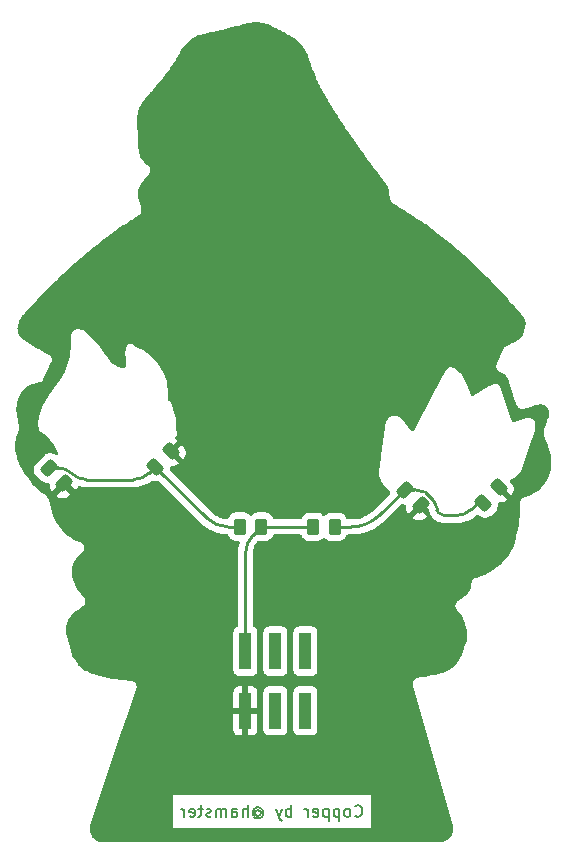
<source format=gbr>
%TF.GenerationSoftware,KiCad,Pcbnew,(6.0.5)*%
%TF.CreationDate,2022-09-12T01:39:42-06:00*%
%TF.ProjectId,MiniMageSpells,4d696e69-4d61-4676-9553-70656c6c732e,1.0*%
%TF.SameCoordinates,PX6e486c0PY7ba4d50*%
%TF.FileFunction,Copper,L2,Bot*%
%TF.FilePolarity,Positive*%
%FSLAX46Y46*%
G04 Gerber Fmt 4.6, Leading zero omitted, Abs format (unit mm)*
G04 Created by KiCad (PCBNEW (6.0.5)) date 2022-09-12 01:39:42*
%MOMM*%
%LPD*%
G01*
G04 APERTURE LIST*
G04 Aperture macros list*
%AMRoundRect*
0 Rectangle with rounded corners*
0 $1 Rounding radius*
0 $2 $3 $4 $5 $6 $7 $8 $9 X,Y pos of 4 corners*
0 Add a 4 corners polygon primitive as box body*
4,1,4,$2,$3,$4,$5,$6,$7,$8,$9,$2,$3,0*
0 Add four circle primitives for the rounded corners*
1,1,$1+$1,$2,$3*
1,1,$1+$1,$4,$5*
1,1,$1+$1,$6,$7*
1,1,$1+$1,$8,$9*
0 Add four rect primitives between the rounded corners*
20,1,$1+$1,$2,$3,$4,$5,0*
20,1,$1+$1,$4,$5,$6,$7,0*
20,1,$1+$1,$6,$7,$8,$9,0*
20,1,$1+$1,$8,$9,$2,$3,0*%
G04 Aperture macros list end*
%ADD10C,0.150000*%
%TA.AperFunction,NonConductor*%
%ADD11C,0.150000*%
%TD*%
%TA.AperFunction,SMDPad,CuDef*%
%ADD12R,1.000000X3.150000*%
%TD*%
%TA.AperFunction,SMDPad,CuDef*%
%ADD13RoundRect,0.243750X0.494975X0.150260X0.150260X0.494975X-0.494975X-0.150260X-0.150260X-0.494975X0*%
%TD*%
%TA.AperFunction,SMDPad,CuDef*%
%ADD14RoundRect,0.250000X0.262500X0.450000X-0.262500X0.450000X-0.262500X-0.450000X0.262500X-0.450000X0*%
%TD*%
%TA.AperFunction,SMDPad,CuDef*%
%ADD15RoundRect,0.243750X-0.150260X0.494975X-0.494975X0.150260X0.150260X-0.494975X0.494975X-0.150260X0*%
%TD*%
%TA.AperFunction,SMDPad,CuDef*%
%ADD16RoundRect,0.250000X-0.262500X-0.450000X0.262500X-0.450000X0.262500X0.450000X-0.262500X0.450000X0*%
%TD*%
%TA.AperFunction,ViaPad*%
%ADD17C,0.800000*%
%TD*%
%TA.AperFunction,Conductor*%
%ADD18C,0.250000*%
%TD*%
G04 APERTURE END LIST*
D10*
D11*
X25428371Y4243238D02*
X25475990Y4195619D01*
X25618847Y4148000D01*
X25714085Y4148000D01*
X25856942Y4195619D01*
X25952181Y4290857D01*
X25999800Y4386095D01*
X26047419Y4576571D01*
X26047419Y4719428D01*
X25999800Y4909904D01*
X25952181Y5005142D01*
X25856942Y5100380D01*
X25714085Y5148000D01*
X25618847Y5148000D01*
X25475990Y5100380D01*
X25428371Y5052761D01*
X24856942Y4148000D02*
X24952181Y4195619D01*
X24999800Y4243238D01*
X25047419Y4338476D01*
X25047419Y4624190D01*
X24999800Y4719428D01*
X24952181Y4767047D01*
X24856942Y4814666D01*
X24714085Y4814666D01*
X24618847Y4767047D01*
X24571228Y4719428D01*
X24523609Y4624190D01*
X24523609Y4338476D01*
X24571228Y4243238D01*
X24618847Y4195619D01*
X24714085Y4148000D01*
X24856942Y4148000D01*
X24095038Y4814666D02*
X24095038Y3814666D01*
X24095038Y4767047D02*
X23999800Y4814666D01*
X23809323Y4814666D01*
X23714085Y4767047D01*
X23666466Y4719428D01*
X23618847Y4624190D01*
X23618847Y4338476D01*
X23666466Y4243238D01*
X23714085Y4195619D01*
X23809323Y4148000D01*
X23999800Y4148000D01*
X24095038Y4195619D01*
X23190276Y4814666D02*
X23190276Y3814666D01*
X23190276Y4767047D02*
X23095038Y4814666D01*
X22904562Y4814666D01*
X22809323Y4767047D01*
X22761704Y4719428D01*
X22714085Y4624190D01*
X22714085Y4338476D01*
X22761704Y4243238D01*
X22809323Y4195619D01*
X22904562Y4148000D01*
X23095038Y4148000D01*
X23190276Y4195619D01*
X21904562Y4195619D02*
X21999800Y4148000D01*
X22190276Y4148000D01*
X22285514Y4195619D01*
X22333133Y4290857D01*
X22333133Y4671809D01*
X22285514Y4767047D01*
X22190276Y4814666D01*
X21999800Y4814666D01*
X21904562Y4767047D01*
X21856942Y4671809D01*
X21856942Y4576571D01*
X22333133Y4481333D01*
X21428371Y4148000D02*
X21428371Y4814666D01*
X21428371Y4624190D02*
X21380752Y4719428D01*
X21333133Y4767047D01*
X21237895Y4814666D01*
X21142657Y4814666D01*
X20047419Y4148000D02*
X20047419Y5148000D01*
X20047419Y4767047D02*
X19952181Y4814666D01*
X19761704Y4814666D01*
X19666466Y4767047D01*
X19618847Y4719428D01*
X19571228Y4624190D01*
X19571228Y4338476D01*
X19618847Y4243238D01*
X19666466Y4195619D01*
X19761704Y4148000D01*
X19952181Y4148000D01*
X20047419Y4195619D01*
X19237895Y4814666D02*
X18999800Y4148000D01*
X18761704Y4814666D02*
X18999800Y4148000D01*
X19095038Y3909904D01*
X19142657Y3862285D01*
X19237895Y3814666D01*
X16999800Y4624190D02*
X17047419Y4671809D01*
X17142657Y4719428D01*
X17237895Y4719428D01*
X17333133Y4671809D01*
X17380752Y4624190D01*
X17428371Y4528952D01*
X17428371Y4433714D01*
X17380752Y4338476D01*
X17333133Y4290857D01*
X17237895Y4243238D01*
X17142657Y4243238D01*
X17047419Y4290857D01*
X16999800Y4338476D01*
X16999800Y4719428D02*
X16999800Y4338476D01*
X16952181Y4290857D01*
X16904562Y4290857D01*
X16809323Y4338476D01*
X16761704Y4433714D01*
X16761704Y4671809D01*
X16856942Y4814666D01*
X16999800Y4909904D01*
X17190276Y4957523D01*
X17380752Y4909904D01*
X17523609Y4814666D01*
X17618847Y4671809D01*
X17666466Y4481333D01*
X17618847Y4290857D01*
X17523609Y4148000D01*
X17380752Y4052761D01*
X17190276Y4005142D01*
X16999800Y4052761D01*
X16856942Y4148000D01*
X16333133Y4148000D02*
X16333133Y5148000D01*
X15904562Y4148000D02*
X15904562Y4671809D01*
X15952181Y4767047D01*
X16047419Y4814666D01*
X16190276Y4814666D01*
X16285514Y4767047D01*
X16333133Y4719428D01*
X14999800Y4148000D02*
X14999800Y4671809D01*
X15047419Y4767047D01*
X15142657Y4814666D01*
X15333133Y4814666D01*
X15428371Y4767047D01*
X14999800Y4195619D02*
X15095038Y4148000D01*
X15333133Y4148000D01*
X15428371Y4195619D01*
X15475990Y4290857D01*
X15475990Y4386095D01*
X15428371Y4481333D01*
X15333133Y4528952D01*
X15095038Y4528952D01*
X14999800Y4576571D01*
X14523609Y4148000D02*
X14523609Y4814666D01*
X14523609Y4719428D02*
X14475990Y4767047D01*
X14380752Y4814666D01*
X14237895Y4814666D01*
X14142657Y4767047D01*
X14095038Y4671809D01*
X14095038Y4148000D01*
X14095038Y4671809D02*
X14047419Y4767047D01*
X13952181Y4814666D01*
X13809323Y4814666D01*
X13714085Y4767047D01*
X13666466Y4671809D01*
X13666466Y4148000D01*
X13237895Y4195619D02*
X13142657Y4148000D01*
X12952181Y4148000D01*
X12856942Y4195619D01*
X12809323Y4290857D01*
X12809323Y4338476D01*
X12856942Y4433714D01*
X12952181Y4481333D01*
X13095038Y4481333D01*
X13190276Y4528952D01*
X13237895Y4624190D01*
X13237895Y4671809D01*
X13190276Y4767047D01*
X13095038Y4814666D01*
X12952181Y4814666D01*
X12856942Y4767047D01*
X12523609Y4814666D02*
X12142657Y4814666D01*
X12380752Y5148000D02*
X12380752Y4290857D01*
X12333133Y4195619D01*
X12237895Y4148000D01*
X12142657Y4148000D01*
X11428371Y4195619D02*
X11523609Y4148000D01*
X11714085Y4148000D01*
X11809323Y4195619D01*
X11856942Y4290857D01*
X11856942Y4671809D01*
X11809323Y4767047D01*
X11714085Y4814666D01*
X11523609Y4814666D01*
X11428371Y4767047D01*
X11380752Y4671809D01*
X11380752Y4576571D01*
X11856942Y4481333D01*
X10952181Y4148000D02*
X10952181Y4814666D01*
X10952181Y4624190D02*
X10904562Y4719428D01*
X10856942Y4767047D01*
X10761704Y4814666D01*
X10666466Y4814666D01*
D12*
%TO.P,X1,1,VCC*%
%TO.N,+3V3*%
X16144562Y18175380D03*
%TO.P,X1,2,GND*%
%TO.N,GND*%
X16144562Y13125380D03*
%TO.P,X1,3,SDA*%
%TO.N,unconnected-(X1-Pad3)*%
X18684562Y18175380D03*
%TO.P,X1,4,SCL*%
%TO.N,unconnected-(X1-Pad4)*%
X18684562Y13125380D03*
%TO.P,X1,5,GPIO1*%
%TO.N,unconnected-(X1-Pad5)*%
X21224562Y18175380D03*
%TO.P,X1,6,GPIO2*%
%TO.N,unconnected-(X1-Pad6)*%
X21224562Y13125380D03*
%TD*%
D13*
%TO.P,D1,1,K*%
%TO.N,GND*%
X30982913Y30517087D03*
%TO.P,D1,2,A*%
%TO.N,Net-(D1-Pad2)*%
X29657087Y31842913D03*
%TD*%
D14*
%TO.P,R2,1*%
%TO.N,+3V3*%
X17512500Y28710000D03*
%TO.P,R2,2*%
%TO.N,Net-(D3-Pad2)*%
X15687500Y28710000D03*
%TD*%
D13*
%TO.P,D3,1,K*%
%TO.N,GND*%
X812913Y32367087D03*
%TO.P,D3,2,A*%
%TO.N,Net-(D3-Pad2)*%
X-512913Y33692913D03*
%TD*%
D15*
%TO.P,D2,1,K*%
%TO.N,GND*%
X37610110Y32030110D03*
%TO.P,D2,2,A*%
%TO.N,Net-(D1-Pad2)*%
X36284284Y30704284D03*
%TD*%
D16*
%TO.P,R1,1*%
%TO.N,+3V3*%
X21897500Y28690000D03*
%TO.P,R1,2*%
%TO.N,Net-(D1-Pad2)*%
X23722500Y28690000D03*
%TD*%
D15*
%TO.P,D4,1,K*%
%TO.N,GND*%
X9852913Y35112913D03*
%TO.P,D4,2,A*%
%TO.N,Net-(D3-Pad2)*%
X8527087Y33787087D03*
%TD*%
D17*
%TO.N,unconnected-(X1-Pad6)*%
X21230000Y12380000D03*
%TO.N,unconnected-(X1-Pad5)*%
X21240000Y18760000D03*
%TO.N,+3V3*%
X16140000Y18790000D03*
%TO.N,GND*%
X16140000Y12330000D03*
%TD*%
D18*
%TO.N,+3V3*%
X17502500Y28700000D02*
G75*
G02*
X17522500Y28700000I10000J-9997D01*
G01*
X16144580Y26374784D02*
G75*
G02*
X16828531Y28026031I2335220J16D01*
G01*
X17546642Y28690018D02*
G75*
G02*
X17522500Y28700000I-42J34082D01*
G01*
X16124562Y17179582D02*
X16124562Y17029543D01*
%TO.N,Net-(D3-Pad2)*%
X8044192Y33304196D02*
G75*
G02*
X8044196Y33304196I2J-977396020D01*
G01*
X8044197Y33304197D02*
G75*
G02*
X8044196Y33304198I3J3D01*
G01*
X14645837Y28710028D02*
G75*
G02*
X12867608Y29446568I-37J2514772D01*
G01*
X8285641Y33545642D02*
G75*
G02*
X8768532Y33545642I241445J-241446D01*
G01*
X8044193Y33304196D02*
G75*
G02*
X8044196Y33304196I2J-977396020D01*
G01*
X8044197Y33304196D02*
G75*
G03*
X8044196Y33304197I-1J0D01*
G01*
X8044192Y33304196D02*
X8044196Y33304198D01*
X8044193Y33304196D02*
X8044196Y33304197D01*
%TO.N,Net-(D1-Pad2)*%
X25113337Y28689982D02*
G75*
G03*
X27487643Y29673472I-37J3357818D01*
G01*
X29671260Y31842913D02*
X29660630Y31842913D01*
X29657972Y31842913D02*
X29652657Y31842913D01*
X25113337Y28690000D02*
X23722500Y28690000D01*
X27487644Y29673471D02*
X29657087Y31842913D01*
%TO.N,Net-(D3-Pad2)*%
X14645837Y28710000D02*
X15687500Y28710000D01*
X12867607Y29446567D02*
X8768532Y33545642D01*
X8044196Y33304198D02*
X8285641Y33545642D01*
%TO.N,+3V3*%
X17546642Y28690000D02*
X21897500Y28690000D01*
X17502500Y28700000D02*
X16828531Y28026031D01*
X16144562Y26374784D02*
X16144562Y18175380D01*
X16124562Y17179582D02*
X16124562Y18789496D01*
%TO.N,Net-(D1-Pad2)*%
X32019964Y30910955D02*
G75*
G03*
X32005182Y30946727I-50564J45D01*
G01*
X29660630Y31842913D02*
X29657972Y31842913D01*
X29671260Y31842913D02*
X30444280Y31842913D01*
X32005182Y30946727D02*
X31320848Y31631061D01*
X32020000Y30910955D02*
X32020000Y30890000D01*
X29637901Y31837902D02*
G75*
G02*
X29650000Y31842913I12099J-12102D01*
G01*
X29652657Y31842913D02*
X29650000Y31842913D01*
X31320844Y31631053D02*
G75*
G03*
X30444280Y31842912I-896044J-1788053D01*
G01*
X36049284Y30704284D02*
X36284284Y30704284D01*
X35292142Y30182142D02*
X35648113Y30538114D01*
X33009913Y29660000D02*
X34031579Y29660000D01*
X32360234Y30320287D02*
X32360234Y30090807D01*
X32197967Y30712033D02*
X32019999Y30890001D01*
X34031579Y29660014D02*
G75*
G03*
X35292141Y30182143I21J1782686D01*
G01*
X32360241Y30090810D02*
G75*
G03*
X32515000Y29865000I725359J331190D01*
G01*
X32197978Y30712044D02*
G75*
G02*
X32360234Y30320287I-391778J-391744D01*
G01*
X33009913Y29660006D02*
G75*
G02*
X32515000Y29865000I-13J699894D01*
G01*
X35648112Y30538115D02*
G75*
G02*
X36049284Y30704284I401188J-401215D01*
G01*
%TO.N,Net-(D3-Pad2)*%
X2672095Y32699995D02*
G75*
G02*
X1473543Y33196457I5J1695005D01*
G01*
X274991Y33692905D02*
G75*
G02*
X1473543Y33196457I9J-1695005D01*
G01*
X6671313Y32699999D02*
G75*
G03*
X7983543Y33243544I-13J1855801D01*
G01*
X6671313Y32700000D02*
X2672095Y32700000D01*
X8044192Y33304196D02*
X7983543Y33243544D01*
X274991Y33692913D02*
X-512913Y33692913D01*
%TO.N,+3V3*%
X16124577Y16954523D02*
G75*
G03*
X16134562Y16930380I34123J-23D01*
G01*
X16124562Y17029543D02*
X16124562Y16954523D01*
X16134562Y16930380D02*
X16144562Y16920380D01*
%TD*%
%TA.AperFunction,Conductor*%
%TO.N,GND*%
G36*
X17023394Y71436457D02*
G01*
X17107616Y71431418D01*
X17235031Y71423793D01*
X17245848Y71422676D01*
X17420535Y71396971D01*
X17475739Y71388848D01*
X17482267Y71387710D01*
X17557692Y71372511D01*
X17564426Y71370961D01*
X17792733Y71311763D01*
X17801116Y71309276D01*
X18022366Y71235190D01*
X18029125Y71232709D01*
X18252674Y71143352D01*
X18257815Y71141164D01*
X18484911Y71038489D01*
X18488486Y71036804D01*
X18720068Y70923211D01*
X18722106Y70922188D01*
X18958104Y70800949D01*
X18959079Y70800442D01*
X19096330Y70728230D01*
X19097261Y70727736D01*
X19341842Y70596083D01*
X19342275Y70595848D01*
X19413689Y70557006D01*
X19554587Y70480371D01*
X19555339Y70479926D01*
X19556115Y70479339D01*
X19589833Y70461200D01*
X19590096Y70461058D01*
X19621015Y70444241D01*
X19621926Y70443903D01*
X19622726Y70443506D01*
X19805433Y70345220D01*
X19808062Y70343696D01*
X19810325Y70342030D01*
X19814648Y70339780D01*
X19814652Y70339777D01*
X19841682Y70325706D01*
X19843105Y70324954D01*
X19871520Y70309668D01*
X19874148Y70308704D01*
X19876934Y70307354D01*
X20009313Y70238442D01*
X20081371Y70200931D01*
X20083453Y70199847D01*
X20088165Y70197264D01*
X20317696Y70064920D01*
X20325312Y70060529D01*
X20336676Y70053135D01*
X20532669Y69910014D01*
X20543100Y69901505D01*
X20718876Y69741702D01*
X20728046Y69732454D01*
X20886598Y69555101D01*
X20894310Y69545581D01*
X21037814Y69349671D01*
X21044046Y69340315D01*
X21173880Y69125166D01*
X21178748Y69116316D01*
X21295770Y68881763D01*
X21299459Y68873663D01*
X21408336Y68610276D01*
X21409618Y68607045D01*
X21474796Y68435977D01*
X21475130Y68434998D01*
X21475369Y68433901D01*
X21476484Y68431021D01*
X21489122Y68398375D01*
X21489279Y68397967D01*
X21501701Y68365363D01*
X21502245Y68364382D01*
X21502644Y68363445D01*
X21561127Y68212369D01*
X21567091Y68196962D01*
X21567093Y68196955D01*
X21610354Y68085210D01*
X21672797Y67923914D01*
X21672922Y67923591D01*
X21707942Y67832387D01*
X21708046Y67832114D01*
X21722701Y67793681D01*
X21813246Y67556224D01*
X21813254Y67556120D01*
X21813282Y67556130D01*
X21905038Y67314911D01*
X21905188Y67314467D01*
X21905307Y67313915D01*
X21919287Y67277454D01*
X21931992Y67244052D01*
X21932263Y67243564D01*
X21932449Y67243123D01*
X22011883Y67035943D01*
X22012269Y67034817D01*
X22012545Y67033570D01*
X22013800Y67030356D01*
X22013806Y67030338D01*
X22026222Y66998538D01*
X22026492Y66997842D01*
X22038906Y66965462D01*
X22039531Y66964339D01*
X22040000Y66963244D01*
X22115640Y66769500D01*
X22120892Y66756047D01*
X22121552Y66754172D01*
X22122001Y66752230D01*
X22123814Y66747714D01*
X22135659Y66718206D01*
X22136093Y66717111D01*
X22148252Y66685966D01*
X22149231Y66684234D01*
X22150032Y66682404D01*
X22232897Y66475988D01*
X22234915Y66469922D01*
X22235071Y66469977D01*
X22236683Y66465384D01*
X22237936Y66460675D01*
X22249707Y66433932D01*
X22251284Y66430185D01*
X22261009Y66405961D01*
X22263250Y66402083D01*
X22265212Y66398051D01*
X22265136Y66398014D01*
X22268028Y66392310D01*
X22333392Y66243821D01*
X22338018Y66231641D01*
X22338558Y66229961D01*
X22338561Y66229953D01*
X22340051Y66225322D01*
X22342240Y66220967D01*
X22342241Y66220964D01*
X22350566Y66204400D01*
X22353300Y66198596D01*
X22361489Y66179993D01*
X22363856Y66176192D01*
X22365417Y66173685D01*
X22371038Y66163668D01*
X22456248Y65994128D01*
X22461535Y65981996D01*
X22461695Y65981651D01*
X22463392Y65977091D01*
X22475766Y65955010D01*
X22478413Y65950027D01*
X22488406Y65930144D01*
X22490968Y65926463D01*
X22490973Y65926454D01*
X22491554Y65925619D01*
X22498051Y65915243D01*
X22588047Y65754646D01*
X22590412Y65750127D01*
X22591915Y65746325D01*
X22594379Y65742129D01*
X22594379Y65742128D01*
X22608751Y65717649D01*
X22610000Y65715473D01*
X22624736Y65689176D01*
X22627209Y65685942D01*
X22630005Y65681446D01*
X22727157Y65515969D01*
X22727264Y65515770D01*
X22727358Y65515534D01*
X22747276Y65481702D01*
X22765630Y65450440D01*
X22765788Y65450242D01*
X22765908Y65450054D01*
X22862931Y65285253D01*
X22863102Y65284936D01*
X22863257Y65284549D01*
X22883237Y65250764D01*
X22901439Y65219846D01*
X22901697Y65219523D01*
X22901890Y65219221D01*
X22999336Y65054442D01*
X22999566Y65054018D01*
X22999779Y65053488D01*
X23019564Y65020238D01*
X23037920Y64989198D01*
X23038279Y64988750D01*
X23038555Y64988321D01*
X23136507Y64823703D01*
X23136819Y64823132D01*
X23137095Y64822453D01*
X23157109Y64789081D01*
X23175239Y64758612D01*
X23175699Y64758043D01*
X23176045Y64757507D01*
X23274656Y64593080D01*
X23275036Y64592390D01*
X23275375Y64591566D01*
X23276662Y64589441D01*
X23295201Y64558820D01*
X23295474Y64558367D01*
X23313569Y64528195D01*
X23314130Y64527504D01*
X23314560Y64526845D01*
X23364020Y64445154D01*
X23413925Y64362728D01*
X23414388Y64361898D01*
X23414792Y64360928D01*
X23416299Y64358467D01*
X23416306Y64358454D01*
X23434707Y64328399D01*
X23435031Y64327867D01*
X23451589Y64300519D01*
X23451596Y64300508D01*
X23453076Y64298064D01*
X23453742Y64297252D01*
X23454251Y64296480D01*
X23485595Y64245286D01*
X23554506Y64132732D01*
X23555047Y64131772D01*
X23555517Y64130663D01*
X23575653Y64098191D01*
X23593939Y64068325D01*
X23594707Y64067397D01*
X23595314Y64066486D01*
X23601420Y64056640D01*
X23696546Y63903241D01*
X23697144Y63902196D01*
X23697663Y63900990D01*
X23717699Y63869123D01*
X23718113Y63868461D01*
X23733996Y63842849D01*
X23736321Y63839099D01*
X23737159Y63838099D01*
X23737833Y63837100D01*
X23810618Y63721337D01*
X23840213Y63674267D01*
X23840812Y63673234D01*
X23841330Y63672053D01*
X23861698Y63640093D01*
X23861894Y63639784D01*
X23880391Y63610365D01*
X23881225Y63609382D01*
X23881900Y63608395D01*
X23985236Y63446251D01*
X23985818Y63445261D01*
X23986325Y63444123D01*
X23988164Y63441275D01*
X24006763Y63412469D01*
X24007121Y63411911D01*
X24025807Y63382592D01*
X24026621Y63381644D01*
X24027285Y63380686D01*
X24131532Y63219235D01*
X24132105Y63218273D01*
X24132603Y63217172D01*
X24134400Y63214424D01*
X24134404Y63214417D01*
X24153364Y63185420D01*
X24153707Y63184893D01*
X24172495Y63155795D01*
X24173291Y63154879D01*
X24173934Y63153963D01*
X24279079Y62993159D01*
X24279633Y62992242D01*
X24280122Y62991176D01*
X24300993Y62959642D01*
X24301378Y62959056D01*
X24318673Y62932606D01*
X24320413Y62929945D01*
X24321188Y62929063D01*
X24321811Y62928186D01*
X24427824Y62768007D01*
X24428362Y62767127D01*
X24428839Y62766101D01*
X24430563Y62763527D01*
X24449897Y62734652D01*
X24450252Y62734119D01*
X24469515Y62705014D01*
X24470270Y62704165D01*
X24470884Y62703310D01*
X24577721Y62543757D01*
X24578242Y62542914D01*
X24578710Y62541924D01*
X24580388Y62539446D01*
X24580396Y62539433D01*
X24599898Y62510634D01*
X24600246Y62510118D01*
X24619762Y62480973D01*
X24620495Y62480157D01*
X24621088Y62479341D01*
X24728738Y62320367D01*
X24729238Y62319568D01*
X24729693Y62318615D01*
X24731336Y62316215D01*
X24731342Y62316205D01*
X24751124Y62287304D01*
X24751478Y62286785D01*
X24771108Y62257796D01*
X24771823Y62257009D01*
X24772387Y62256241D01*
X24880817Y62097829D01*
X24881299Y62097067D01*
X24881745Y62096144D01*
X24903600Y62064543D01*
X24903800Y62064251D01*
X24921934Y62037757D01*
X24921942Y62037746D01*
X24923511Y62035454D01*
X24924197Y62034705D01*
X24924748Y62033963D01*
X25033911Y61876119D01*
X25034393Y61875366D01*
X25034822Y61874489D01*
X25056878Y61842911D01*
X25076930Y61813917D01*
X25077592Y61813203D01*
X25078125Y61812491D01*
X25188006Y61655172D01*
X25188467Y61654458D01*
X25188884Y61653617D01*
X25211099Y61622110D01*
X25231320Y61593160D01*
X25231958Y61592477D01*
X25232466Y61591805D01*
X25343050Y61434971D01*
X25343484Y61434306D01*
X25343885Y61433503D01*
X25345340Y61431458D01*
X25366028Y61402380D01*
X25366337Y61401944D01*
X25385190Y61375206D01*
X25385200Y61375193D01*
X25386639Y61373152D01*
X25387256Y61372499D01*
X25387749Y61371852D01*
X25498967Y61215537D01*
X25499394Y61214888D01*
X25499784Y61214117D01*
X25501192Y61212154D01*
X25501198Y61212146D01*
X25522288Y61182758D01*
X25522586Y61182341D01*
X25541456Y61155820D01*
X25542845Y61153868D01*
X25543438Y61153245D01*
X25543900Y61152645D01*
X25605580Y61066698D01*
X25655760Y60996776D01*
X25656164Y60996167D01*
X25656540Y60995430D01*
X25679265Y60964023D01*
X25699894Y60935278D01*
X25700461Y60934687D01*
X25700902Y60934119D01*
X25813375Y60778676D01*
X25813752Y60778112D01*
X25814109Y60777420D01*
X25815395Y60775657D01*
X25815402Y60775646D01*
X25831936Y60752974D01*
X25836762Y60746356D01*
X25857747Y60717353D01*
X25858300Y60716782D01*
X25858713Y60716254D01*
X25971754Y60561238D01*
X25972103Y60560720D01*
X25972448Y60560054D01*
X25973695Y60558357D01*
X25973696Y60558355D01*
X25995175Y60529117D01*
X25995436Y60528760D01*
X26015118Y60501769D01*
X26015126Y60501758D01*
X26016359Y60500068D01*
X26016878Y60499536D01*
X26017287Y60499017D01*
X26130741Y60344577D01*
X26130934Y60344292D01*
X26131117Y60343941D01*
X26154494Y60312242D01*
X26175687Y60283393D01*
X26175962Y60283112D01*
X26176164Y60282857D01*
X26213048Y60232844D01*
X26251204Y60181105D01*
X26251235Y60181059D01*
X26251264Y60181004D01*
X26274209Y60149910D01*
X26296369Y60119862D01*
X26296411Y60119820D01*
X26296442Y60119780D01*
X26375762Y60012290D01*
X26431463Y59936807D01*
X26431480Y59936775D01*
X26454137Y59906081D01*
X26454144Y59906063D01*
X26454148Y59906066D01*
X26476642Y59875583D01*
X26476665Y59875559D01*
X26476678Y59875542D01*
X26635222Y59660757D01*
X26816373Y59415303D01*
X26995146Y59172920D01*
X27168513Y58937605D01*
X27174803Y58929067D01*
X27174860Y58928989D01*
X27354791Y58684375D01*
X27354864Y58684275D01*
X27533991Y58440251D01*
X27534081Y58440129D01*
X27637572Y58298787D01*
X27712838Y58195992D01*
X27794693Y58083862D01*
X27891229Y57951620D01*
X27891352Y57951451D01*
X28060432Y57719025D01*
X28063905Y57713999D01*
X28123300Y57623408D01*
X28131160Y57609588D01*
X28216160Y57435316D01*
X28222974Y57418303D01*
X28281546Y57234278D01*
X28285302Y57219395D01*
X28288821Y57200716D01*
X28324348Y57012174D01*
X28326019Y57000148D01*
X28348109Y56754930D01*
X28348216Y56753676D01*
X28351408Y56713786D01*
X28356288Y56693344D01*
X28377054Y56605478D01*
X28377341Y56604974D01*
X28377517Y56604413D01*
X28403233Y56496687D01*
X28404368Y56491932D01*
X28407410Y56472721D01*
X28409321Y56448824D01*
X28422874Y56413283D01*
X28423727Y56410832D01*
X28424310Y56408389D01*
X28425960Y56404216D01*
X28425962Y56404210D01*
X28436104Y56378564D01*
X28436606Y56377273D01*
X28461220Y56312726D01*
X28463140Y56310194D01*
X28464309Y56307238D01*
X28504328Y56255788D01*
X28506619Y56252842D01*
X28507542Y56251640D01*
X28528844Y56223548D01*
X28530659Y56221797D01*
X28532318Y56219802D01*
X28553736Y56192265D01*
X28561012Y56187012D01*
X28561014Y56187011D01*
X28576348Y56175942D01*
X28590091Y56164452D01*
X28691533Y56066571D01*
X28707822Y56047350D01*
X28713072Y56039725D01*
X28720715Y56033502D01*
X28749199Y56010309D01*
X28757121Y56003284D01*
X28763831Y55996810D01*
X28767477Y55994178D01*
X28778038Y55986553D01*
X28783823Y55982117D01*
X28799860Y55969059D01*
X28804057Y55966606D01*
X28804060Y55966604D01*
X28807274Y55964726D01*
X28817446Y55958103D01*
X28844740Y55938399D01*
X28844744Y55938397D01*
X28852023Y55933142D01*
X28860482Y55930142D01*
X28860488Y55930139D01*
X28864462Y55928730D01*
X28885920Y55918762D01*
X29215005Y55726436D01*
X29216440Y55725585D01*
X29590495Y55500282D01*
X29591788Y55499491D01*
X29914972Y55298997D01*
X29962518Y55269501D01*
X29963899Y55268631D01*
X30057455Y55208890D01*
X30331282Y55034034D01*
X30332557Y55033209D01*
X30697046Y54793775D01*
X30698172Y54793024D01*
X31038881Y54562914D01*
X31059200Y54549191D01*
X31060498Y54548302D01*
X31313291Y54372860D01*
X31418324Y54299965D01*
X31419618Y54299055D01*
X31774392Y54046175D01*
X31775642Y54045272D01*
X31793926Y54031894D01*
X32127280Y53787977D01*
X32128526Y53787054D01*
X32238050Y53704827D01*
X32477191Y53525286D01*
X32478298Y53524444D01*
X32823832Y53258392D01*
X32825021Y53257465D01*
X33141455Y53007698D01*
X33167604Y52987058D01*
X33168734Y52986154D01*
X33508258Y52711551D01*
X33509253Y52710738D01*
X33846193Y52431609D01*
X33847173Y52430787D01*
X34082667Y52231049D01*
X34180835Y52147786D01*
X34181931Y52146846D01*
X34513062Y51859405D01*
X34514008Y51858576D01*
X34660766Y51728589D01*
X34661724Y51727732D01*
X34881928Y51528647D01*
X34882953Y51527709D01*
X35100879Y51326271D01*
X35101772Y51325438D01*
X35318432Y51121243D01*
X35319192Y51120521D01*
X35534810Y50913892D01*
X35535321Y50913399D01*
X35750279Y50704508D01*
X35750489Y50704303D01*
X35778228Y50677041D01*
X35964642Y50493839D01*
X35965024Y50493463D01*
X36130750Y50329200D01*
X36179091Y50281286D01*
X36393299Y50067732D01*
X36607290Y49853728D01*
X36821375Y49639547D01*
X36939711Y49520415D01*
X36994213Y49465546D01*
X36994917Y49464832D01*
X37204871Y49249877D01*
X37251543Y49202093D01*
X37252388Y49201219D01*
X37506156Y48936343D01*
X37506945Y48935512D01*
X37758521Y48668097D01*
X37759166Y48667406D01*
X38008658Y48397609D01*
X38009216Y48397000D01*
X38210444Y48175863D01*
X38256646Y48125089D01*
X38257249Y48124422D01*
X38374528Y47993584D01*
X38503102Y47850143D01*
X38503684Y47849488D01*
X38747540Y47573601D01*
X38748073Y47572995D01*
X38771456Y47546197D01*
X38968737Y47320101D01*
X38990635Y47295004D01*
X38991010Y47294572D01*
X39076445Y47195488D01*
X39232165Y47014891D01*
X39232602Y47014382D01*
X39472999Y46732557D01*
X39473192Y46732330D01*
X39502900Y46697335D01*
X39504632Y46695250D01*
X39637001Y46532348D01*
X39645055Y46521254D01*
X39711643Y46418165D01*
X39742559Y46370301D01*
X39752274Y46352163D01*
X39817302Y46202556D01*
X39823708Y46183970D01*
X39862666Y46033804D01*
X39866296Y46012297D01*
X39878115Y45865817D01*
X39877860Y45842770D01*
X39860251Y45671850D01*
X39857825Y45657035D01*
X39833517Y45549284D01*
X39833318Y45548415D01*
X39778150Y45311681D01*
X39777626Y45309520D01*
X39750492Y45201729D01*
X39744501Y45183762D01*
X39677934Y45025017D01*
X39667490Y45005242D01*
X39625530Y44940468D01*
X39576373Y44864583D01*
X39565023Y44849634D01*
X39439298Y44707416D01*
X39429061Y44697101D01*
X39410331Y44680290D01*
X39267021Y44551665D01*
X39259252Y44545235D01*
X39171049Y44477989D01*
X39162618Y44472090D01*
X38968430Y44347712D01*
X38959824Y44342668D01*
X38747568Y44229329D01*
X38742082Y44226571D01*
X38506703Y44115364D01*
X38504614Y44114401D01*
X38406660Y44070380D01*
X38318438Y44030733D01*
X38316665Y44030074D01*
X38314720Y44029787D01*
X38246781Y43998533D01*
X38246061Y43998206D01*
X38219340Y43986198D01*
X38217956Y43985321D01*
X38216721Y43984706D01*
X38199292Y43976688D01*
X38182393Y43968914D01*
X38175620Y43963026D01*
X38175617Y43963024D01*
X38163670Y43952637D01*
X38148423Y43941282D01*
X38135521Y43933110D01*
X38127448Y43927997D01*
X38121516Y43921256D01*
X38121513Y43921254D01*
X38107343Y43905153D01*
X38095423Y43893305D01*
X38079242Y43879238D01*
X38079239Y43879235D01*
X38072469Y43873349D01*
X38067622Y43865798D01*
X38067621Y43865797D01*
X38059066Y43852469D01*
X38047618Y43837289D01*
X38031217Y43818654D01*
X38016397Y43786945D01*
X38014213Y43782597D01*
X38012010Y43779165D01*
X38010041Y43774711D01*
X38010038Y43774705D01*
X37999457Y43750766D01*
X37998372Y43748380D01*
X37969543Y43686699D01*
X37968860Y43682262D01*
X37967200Y43677794D01*
X37465527Y42542869D01*
X37454080Y42522379D01*
X37446320Y42511103D01*
X37443511Y42502577D01*
X37433134Y42471080D01*
X37428709Y42459577D01*
X37426679Y42454984D01*
X37425469Y42450677D01*
X37425464Y42450664D01*
X37420753Y42433899D01*
X37419124Y42428558D01*
X37400740Y42372760D01*
X37400438Y42363823D01*
X37400085Y42362278D01*
X37399802Y42360456D01*
X37399671Y42358880D01*
X37397251Y42350268D01*
X37397566Y42320380D01*
X37397870Y42291491D01*
X37397805Y42285925D01*
X37395820Y42227186D01*
X37398038Y42218522D01*
X37398133Y42216937D01*
X37398373Y42215111D01*
X37398690Y42213561D01*
X37398784Y42204619D01*
X37409189Y42170380D01*
X37415878Y42148367D01*
X37417382Y42142990D01*
X37429728Y42094779D01*
X37429729Y42094776D01*
X37431956Y42086081D01*
X37436516Y42078390D01*
X37437047Y42076909D01*
X37437798Y42075204D01*
X37438534Y42073813D01*
X37441134Y42065254D01*
X37447086Y42056160D01*
X37473330Y42016058D01*
X37476280Y42011324D01*
X37482769Y42000380D01*
X37506242Y41960792D01*
X37512778Y41954690D01*
X37513708Y41953410D01*
X37514899Y41951994D01*
X37515999Y41950862D01*
X37520897Y41943377D01*
X37527721Y41937550D01*
X37527723Y41937547D01*
X37565591Y41905209D01*
X37569755Y41901490D01*
X37606146Y41867513D01*
X37606149Y41867511D01*
X37612708Y41861387D01*
X37620694Y41857364D01*
X37621948Y41856395D01*
X37623487Y41855372D01*
X37624862Y41854593D01*
X37631662Y41848786D01*
X37639842Y41845110D01*
X37639844Y41845109D01*
X37685267Y41824698D01*
X37690307Y41822297D01*
X37708314Y41813226D01*
X37708322Y41813223D01*
X37712661Y41811037D01*
X37717286Y41809544D01*
X37718667Y41808978D01*
X37729659Y41804750D01*
X37764522Y41789084D01*
X37773415Y41787851D01*
X37773417Y41787850D01*
X37781963Y41786665D01*
X37803347Y41781771D01*
X37907806Y41748061D01*
X37929545Y41738710D01*
X38062534Y41666015D01*
X38087566Y41648037D01*
X38177683Y41564845D01*
X38197266Y41541836D01*
X38223949Y41501546D01*
X38278752Y41418795D01*
X38290088Y41397493D01*
X38358819Y41231772D01*
X38362034Y41223144D01*
X38426533Y41028548D01*
X38431272Y41014249D01*
X38431463Y41013593D01*
X38431595Y41012822D01*
X38443948Y40976004D01*
X38455095Y40942373D01*
X38455443Y40941674D01*
X38455670Y40941067D01*
X38521555Y40744701D01*
X38521703Y40744198D01*
X38521809Y40743588D01*
X38534308Y40706690D01*
X38545662Y40672850D01*
X38545937Y40672303D01*
X38546125Y40671806D01*
X38612516Y40475815D01*
X38612629Y40475434D01*
X38612708Y40474986D01*
X38613131Y40473745D01*
X38613137Y40473726D01*
X38625259Y40438194D01*
X38625347Y40437937D01*
X38636862Y40403944D01*
X38637068Y40403538D01*
X38637207Y40403172D01*
X38703970Y40207467D01*
X38704039Y40207238D01*
X38704090Y40206948D01*
X38716794Y40169877D01*
X38728493Y40135583D01*
X38728630Y40135314D01*
X38728709Y40135109D01*
X38788790Y39959785D01*
X38795693Y39939641D01*
X38795723Y39939540D01*
X38795748Y39939404D01*
X38808601Y39901975D01*
X38820346Y39867702D01*
X38820408Y39867580D01*
X38820445Y39867484D01*
X38900279Y39635002D01*
X38900360Y39634767D01*
X38900361Y39634751D01*
X38900364Y39634752D01*
X38991977Y39367860D01*
X38992014Y39367754D01*
X39059971Y39169207D01*
X39063209Y39158109D01*
X39064376Y39153299D01*
X39065234Y39144362D01*
X39068566Y39136024D01*
X39068567Y39136022D01*
X39086617Y39090860D01*
X39088826Y39084903D01*
X39090059Y39081302D01*
X39095207Y39066261D01*
X39097242Y39062274D01*
X39097244Y39062270D01*
X39098301Y39060199D01*
X39103079Y39049673D01*
X39106771Y39040437D01*
X39109249Y39036253D01*
X39109250Y39036251D01*
X39116490Y39024027D01*
X39120299Y39017109D01*
X39144664Y38969382D01*
X39150546Y38963150D01*
X39151891Y38961157D01*
X39169012Y38934618D01*
X39172968Y38928485D01*
X39175501Y38924387D01*
X39178791Y38918833D01*
X39187378Y38904333D01*
X39190187Y38900838D01*
X39192636Y38897302D01*
X39196865Y38891440D01*
X39218436Y38858001D01*
X39228627Y38849181D01*
X39230098Y38847908D01*
X39245852Y38831568D01*
X39255514Y38819545D01*
X39262873Y38814409D01*
X39262877Y38814405D01*
X39288147Y38796768D01*
X39298476Y38788730D01*
X39328574Y38762681D01*
X39342595Y38756269D01*
X39362311Y38745004D01*
X39374954Y38736179D01*
X39383457Y38733315D01*
X39383459Y38733314D01*
X39412675Y38723474D01*
X39424848Y38718655D01*
X39461038Y38702106D01*
X39469918Y38700814D01*
X39469920Y38700814D01*
X39476289Y38699888D01*
X39498370Y38694609D01*
X39504479Y38692551D01*
X39504488Y38692549D01*
X39512992Y38689685D01*
X39521961Y38689323D01*
X39521964Y38689322D01*
X39550447Y38688171D01*
X39552762Y38688078D01*
X39565809Y38686869D01*
X39596293Y38682435D01*
X39596296Y38682435D01*
X39605179Y38681143D01*
X39620445Y38683295D01*
X39643118Y38684426D01*
X39658531Y38683803D01*
X39697156Y38693423D01*
X39710003Y38695921D01*
X39716001Y38696767D01*
X39737821Y38703386D01*
X39743943Y38705076D01*
X39791159Y38716836D01*
X39791160Y38716836D01*
X39799871Y38719006D01*
X39807626Y38723535D01*
X39812194Y38725393D01*
X39823095Y38729254D01*
X39975411Y38775460D01*
X39975493Y38775485D01*
X40218239Y38848944D01*
X40219771Y38849397D01*
X40457835Y38918157D01*
X40460266Y38918833D01*
X40673194Y38975739D01*
X40674856Y38976171D01*
X40915918Y39037087D01*
X40916367Y39037200D01*
X41085305Y39079231D01*
X41106809Y39084581D01*
X41158838Y39086441D01*
X41274401Y39066323D01*
X41289762Y39062645D01*
X41362109Y39040437D01*
X41435672Y39017856D01*
X41457535Y39008822D01*
X41583482Y38942303D01*
X41610124Y38923450D01*
X41697284Y38842940D01*
X41718734Y38817007D01*
X41790724Y38701439D01*
X41798778Y38686304D01*
X41801478Y38680273D01*
X41805742Y38669432D01*
X41861423Y38506041D01*
X41867088Y38481780D01*
X41883341Y38357843D01*
X41883535Y38326628D01*
X41868083Y38196272D01*
X41865140Y38180319D01*
X41853033Y38132268D01*
X41852830Y38131472D01*
X41820593Y38006957D01*
X41786781Y37876360D01*
X41785049Y37869672D01*
X41784561Y37867846D01*
X41714841Y37614544D01*
X41714159Y37612067D01*
X41713395Y37609407D01*
X41699946Y37564474D01*
X41638652Y37359693D01*
X41637545Y37356184D01*
X41556909Y37112881D01*
X41555401Y37108590D01*
X41472010Y36884415D01*
X41467985Y36874827D01*
X41464374Y36867131D01*
X41464371Y36867122D01*
X41462306Y36862722D01*
X41460942Y36858053D01*
X41457598Y36846607D01*
X41454748Y36838011D01*
X41449972Y36825172D01*
X41446959Y36811301D01*
X41444768Y36802689D01*
X41444362Y36801301D01*
X41436242Y36780557D01*
X41432835Y36773707D01*
X41428836Y36765668D01*
X41427255Y36756834D01*
X41427252Y36756826D01*
X41421930Y36727095D01*
X41420408Y36720613D01*
X41420454Y36720603D01*
X41419504Y36716213D01*
X41418248Y36711914D01*
X41415494Y36692647D01*
X41414735Y36687339D01*
X41414031Y36682968D01*
X41403169Y36622289D01*
X41404096Y36613691D01*
X41404080Y36612800D01*
X41402856Y36604236D01*
X41404131Y36595349D01*
X41411613Y36543195D01*
X41412164Y36538804D01*
X41414636Y36515865D01*
X41414639Y36515848D01*
X41415160Y36511015D01*
X41416421Y36506312D01*
X41417314Y36501529D01*
X41417193Y36501506D01*
X41418534Y36494963D01*
X41423542Y36460055D01*
X41432056Y36441343D01*
X41439070Y36421788D01*
X41476532Y36281986D01*
X41481396Y36263836D01*
X41484670Y36247220D01*
X41488521Y36217102D01*
X41492113Y36208875D01*
X41492114Y36208872D01*
X41516708Y36152545D01*
X41517088Y36151665D01*
X41525439Y36132136D01*
X41544759Y36086952D01*
X41566538Y36060486D01*
X41575584Y36048009D01*
X41602269Y36006022D01*
X41608102Y35996844D01*
X41611839Y35990568D01*
X41708629Y35816783D01*
X41715528Y35802299D01*
X41739768Y35741742D01*
X41783735Y35631904D01*
X41784647Y35629625D01*
X41788336Y35619072D01*
X41810702Y35544656D01*
X41810865Y35544113D01*
X41811377Y35542362D01*
X41883404Y35289482D01*
X41884424Y35285677D01*
X41946062Y35040410D01*
X41947311Y35034927D01*
X41996127Y34796044D01*
X41997383Y34788835D01*
X42031027Y34555982D01*
X42031993Y34547059D01*
X42048460Y34319533D01*
X42048781Y34309025D01*
X42046227Y34082088D01*
X42046192Y34078990D01*
X42045743Y34069685D01*
X42029224Y33876505D01*
X42023329Y33807563D01*
X42022397Y33799634D01*
X42018174Y33771442D01*
X41996945Y33629703D01*
X41984031Y33543486D01*
X41982367Y33534582D01*
X41927688Y33290894D01*
X41925072Y33281101D01*
X41853221Y33049894D01*
X41849447Y33039409D01*
X41810136Y32943711D01*
X41767104Y32838954D01*
X41759380Y32820152D01*
X41754314Y32809315D01*
X41669181Y32647709D01*
X41644549Y32600950D01*
X41638146Y32590140D01*
X41605985Y32541542D01*
X41506596Y32391359D01*
X41498975Y32381030D01*
X41351831Y32201509D01*
X41334049Y32179815D01*
X41329239Y32174283D01*
X41306515Y32149635D01*
X41303260Y32146235D01*
X41146789Y31988874D01*
X41141127Y31983523D01*
X40985305Y31845117D01*
X40978350Y31839371D01*
X40883440Y31766520D01*
X40776743Y31684622D01*
X40770028Y31679468D01*
X40761680Y31673583D01*
X40701965Y31635012D01*
X40544463Y31533282D01*
X40535581Y31528047D01*
X40304331Y31404215D01*
X40296042Y31400161D01*
X40106122Y31315743D01*
X40098613Y31312690D01*
X39878892Y31231509D01*
X39760373Y31187788D01*
X39751926Y31185006D01*
X39728570Y31178221D01*
X39711588Y31173287D01*
X39711587Y31173286D01*
X39702970Y31170783D01*
X39695400Y31165961D01*
X39695399Y31165960D01*
X39660714Y31143863D01*
X39652942Y31139294D01*
X39608854Y31115457D01*
X39602472Y31109141D01*
X39595262Y31103797D01*
X39595204Y31103875D01*
X39594441Y31103266D01*
X39594505Y31103191D01*
X39587699Y31097347D01*
X39580123Y31092521D01*
X39547109Y31054809D01*
X39540946Y31048258D01*
X39505319Y31013004D01*
X39500966Y31005151D01*
X39495547Y30998000D01*
X39495469Y30998059D01*
X39494906Y30997258D01*
X39494988Y30997205D01*
X39490094Y30989682D01*
X39484180Y30982927D01*
X39472082Y30956864D01*
X39463086Y30937484D01*
X39459008Y30929462D01*
X39434700Y30885611D01*
X39432727Y30876856D01*
X39429531Y30868467D01*
X39429440Y30868502D01*
X39429123Y30867572D01*
X39429218Y30867543D01*
X39426633Y30858952D01*
X39422853Y30850809D01*
X39415361Y30801275D01*
X39413698Y30792432D01*
X39402674Y30743517D01*
X39403238Y30734555D01*
X39406125Y30688659D01*
X39406373Y30681297D01*
X39407141Y30505230D01*
X39407142Y30504903D01*
X39407141Y30503777D01*
X39405967Y30273744D01*
X39405877Y30256039D01*
X39405826Y30253049D01*
X39402068Y30123487D01*
X39400536Y30070682D01*
X39400438Y30068175D01*
X39386767Y29788911D01*
X39386578Y29785822D01*
X39379659Y29691828D01*
X39366250Y29509676D01*
X39366227Y29509368D01*
X39365956Y29506235D01*
X39345490Y29299775D01*
X39338706Y29231341D01*
X39338340Y29228082D01*
X39334922Y29200841D01*
X39308367Y28989228D01*
X39304061Y28954918D01*
X39303600Y28951596D01*
X39281147Y28804583D01*
X39262100Y28679868D01*
X39261533Y28676468D01*
X39212682Y28406349D01*
X39212006Y28402893D01*
X39164737Y28177667D01*
X39155640Y28134325D01*
X39154856Y28130835D01*
X39101770Y27909482D01*
X39090793Y27863710D01*
X39089889Y27860170D01*
X39063182Y27761517D01*
X39020192Y27602717D01*
X39017979Y27594544D01*
X39016966Y27591005D01*
X38938510Y27331706D01*
X38936697Y27326180D01*
X38865501Y27124937D01*
X38861302Y27113069D01*
X38858435Y27105706D01*
X38772939Y26905094D01*
X38769640Y26897978D01*
X38679160Y26717718D01*
X38672523Y26704495D01*
X38668847Y26697699D01*
X38639043Y26646433D01*
X38560201Y26510815D01*
X38556203Y26504391D01*
X38436182Y26323834D01*
X38431935Y26317832D01*
X38300593Y26143263D01*
X38296162Y26137707D01*
X38247282Y26079842D01*
X38154499Y25970005D01*
X38153604Y25968946D01*
X38149060Y25963854D01*
X37992535Y25797733D01*
X37989151Y25794279D01*
X37932358Y25738521D01*
X37868878Y25676199D01*
X37865899Y25673368D01*
X37673274Y25496220D01*
X37669368Y25492774D01*
X37473650Y25327175D01*
X37469368Y25323710D01*
X37268901Y25168606D01*
X37264258Y25165181D01*
X37242707Y25150039D01*
X37058837Y25020852D01*
X37053780Y25017478D01*
X36843155Y24884185D01*
X36837718Y24880933D01*
X36621615Y24758936D01*
X36615817Y24755859D01*
X36393865Y24645387D01*
X36387738Y24642540D01*
X36286588Y24598793D01*
X36172516Y24549457D01*
X36159510Y24543832D01*
X36153101Y24541266D01*
X36095804Y24520133D01*
X35918095Y24454589D01*
X35911450Y24452346D01*
X35714030Y24391779D01*
X35690761Y24387153D01*
X35689522Y24386854D01*
X35680586Y24386003D01*
X35636582Y24368458D01*
X35626879Y24365042D01*
X35617227Y24362081D01*
X35613178Y24360175D01*
X35613172Y24360173D01*
X35602058Y24354942D01*
X35595065Y24351906D01*
X35545286Y24332058D01*
X35538216Y24326527D01*
X35532453Y24323215D01*
X35526931Y24319580D01*
X35518811Y24315758D01*
X35512090Y24309811D01*
X35512089Y24309810D01*
X35478649Y24280219D01*
X35472789Y24275342D01*
X35437636Y24247840D01*
X35430565Y24242308D01*
X35425333Y24235016D01*
X35420746Y24230236D01*
X35416453Y24225181D01*
X35409730Y24219232D01*
X35381164Y24173861D01*
X35376910Y24167537D01*
X35345645Y24123966D01*
X35342670Y24115501D01*
X35339613Y24109631D01*
X35336907Y24103566D01*
X35332124Y24095970D01*
X35329667Y24087341D01*
X35329666Y24087339D01*
X35317439Y24044399D01*
X35315129Y24037132D01*
X35310156Y24022982D01*
X35310153Y24022970D01*
X35308539Y24018378D01*
X35306830Y24009168D01*
X35304131Y23997667D01*
X35292232Y23955881D01*
X35292296Y23946908D01*
X35292320Y23943477D01*
X35290208Y23919594D01*
X35275922Y23842609D01*
X35275882Y23842433D01*
X35275808Y23842221D01*
X35268745Y23803934D01*
X35262057Y23767893D01*
X35262048Y23767667D01*
X35262019Y23767474D01*
X35244558Y23672818D01*
X35223990Y23561327D01*
X35222760Y23555446D01*
X35198324Y23451139D01*
X35193028Y23434083D01*
X35128859Y23269606D01*
X35118393Y23248733D01*
X35034617Y23114381D01*
X35021067Y23096442D01*
X34907514Y22971134D01*
X34892728Y22957248D01*
X34738013Y22833814D01*
X34724196Y22822791D01*
X34717466Y22817780D01*
X34606363Y22740663D01*
X34604893Y22739716D01*
X34603279Y22738915D01*
X34599469Y22736221D01*
X34599448Y22736208D01*
X34573124Y22717598D01*
X34572302Y22717022D01*
X34544524Y22697741D01*
X34543202Y22696512D01*
X34541793Y22695448D01*
X34387047Y22586052D01*
X34386902Y22585958D01*
X34386709Y22585862D01*
X34354731Y22563207D01*
X34324987Y22542180D01*
X34324831Y22542033D01*
X34324689Y22541925D01*
X34247986Y22487584D01*
X34204895Y22457055D01*
X34200924Y22454242D01*
X34179078Y22441835D01*
X34170437Y22438011D01*
X34163575Y22432218D01*
X34134980Y22408079D01*
X34126544Y22401548D01*
X34122742Y22398855D01*
X34122735Y22398849D01*
X34119083Y22396262D01*
X34115828Y22393177D01*
X34106234Y22384084D01*
X34100837Y22379256D01*
X34074903Y22357363D01*
X34059136Y22344052D01*
X34054177Y22336568D01*
X34050280Y22332191D01*
X34046652Y22327611D01*
X34040137Y22321436D01*
X34035618Y22313683D01*
X34035617Y22313681D01*
X34012654Y22274280D01*
X34008828Y22268129D01*
X33983638Y22230112D01*
X33983636Y22230109D01*
X33978681Y22222630D01*
X33976023Y22214058D01*
X33973515Y22208772D01*
X33971314Y22203347D01*
X33966794Y22195591D01*
X33964633Y22186880D01*
X33953652Y22142623D01*
X33951706Y22135646D01*
X33938198Y22092087D01*
X33935538Y22083508D01*
X33935392Y22074529D01*
X33934468Y22068744D01*
X33933879Y22062929D01*
X33931718Y22054220D01*
X33932088Y22045256D01*
X33932088Y22045254D01*
X33933971Y21999668D01*
X33934061Y21992428D01*
X33933411Y21952285D01*
X33933177Y21937870D01*
X33935555Y21929220D01*
X33936291Y21923408D01*
X33937359Y21917653D01*
X33937730Y21908686D01*
X33940602Y21900185D01*
X33940602Y21900184D01*
X33955204Y21856960D01*
X33957324Y21850032D01*
X33969358Y21806256D01*
X33971786Y21797423D01*
X33976499Y21789783D01*
X33978836Y21784414D01*
X33981473Y21779197D01*
X33984347Y21770690D01*
X34015634Y21725951D01*
X34019601Y21719914D01*
X34027987Y21706320D01*
X34027991Y21706315D01*
X34030547Y21702171D01*
X34033710Y21698470D01*
X34033713Y21698466D01*
X34036009Y21695780D01*
X34043484Y21686124D01*
X34062674Y21658683D01*
X34062677Y21658680D01*
X34067821Y21651324D01*
X34074825Y21645706D01*
X34078252Y21642957D01*
X34095193Y21626537D01*
X34099317Y21621712D01*
X34099910Y21621191D01*
X34100391Y21620669D01*
X34219068Y21482866D01*
X34219876Y21481858D01*
X34220612Y21480693D01*
X34223044Y21477907D01*
X34245235Y21452480D01*
X34245779Y21451853D01*
X34268294Y21425710D01*
X34269338Y21424798D01*
X34270233Y21423837D01*
X34310015Y21378255D01*
X34316487Y21370195D01*
X34457700Y21178739D01*
X34465328Y21167101D01*
X34579299Y20970337D01*
X34584941Y20959398D01*
X34682338Y20745497D01*
X34686236Y20735912D01*
X34734333Y20602135D01*
X34769766Y20503580D01*
X34772297Y20495743D01*
X34844336Y20244998D01*
X34845882Y20239080D01*
X34908454Y19973291D01*
X34909511Y19968359D01*
X34919389Y19917321D01*
X34920948Y19906990D01*
X34937717Y19752653D01*
X34942770Y19706141D01*
X34943503Y19691534D01*
X34942923Y19618298D01*
X34941996Y19501391D01*
X34941278Y19488925D01*
X34919870Y19289861D01*
X34918434Y19280114D01*
X34884196Y19097510D01*
X34878777Y19068611D01*
X34877298Y19061777D01*
X34838720Y18904828D01*
X34821762Y18835835D01*
X34820713Y18831849D01*
X34775954Y18672444D01*
X34774678Y18668189D01*
X34688320Y18397661D01*
X34686341Y18391942D01*
X34589494Y18132307D01*
X34587025Y18126182D01*
X34477971Y17874891D01*
X34474952Y17868441D01*
X34352800Y17625553D01*
X34349191Y17618885D01*
X34211854Y17382412D01*
X34208090Y17376334D01*
X34099694Y17211930D01*
X34091255Y17200574D01*
X33977457Y17064159D01*
X33965675Y17051835D01*
X33827442Y16925585D01*
X33820747Y16919886D01*
X33640917Y16777318D01*
X33640701Y16777148D01*
X33443609Y16621595D01*
X33443401Y16621431D01*
X33403447Y16590081D01*
X33392703Y16582523D01*
X33228618Y16479436D01*
X33211294Y16470345D01*
X33043755Y16398420D01*
X33027902Y16392835D01*
X32844065Y16341559D01*
X32837333Y16339879D01*
X32796991Y16330992D01*
X32795820Y16330777D01*
X32794516Y16330688D01*
X32791086Y16329910D01*
X32757893Y16322381D01*
X32757128Y16322210D01*
X32726717Y16315511D01*
X32726708Y16315509D01*
X32723305Y16314759D01*
X32722081Y16314300D01*
X32720891Y16313989D01*
X32508072Y16265717D01*
X32507326Y16265577D01*
X32506450Y16265513D01*
X32469021Y16256860D01*
X32468823Y16256815D01*
X32436675Y16249524D01*
X32436659Y16249520D01*
X32434297Y16248984D01*
X32433484Y16248673D01*
X32432710Y16248467D01*
X32183153Y16190776D01*
X32182848Y16190705D01*
X31900271Y16126121D01*
X31899149Y16125870D01*
X31837292Y16112325D01*
X31620483Y16064850D01*
X31618659Y16064466D01*
X31343294Y16008701D01*
X31340501Y16008169D01*
X31308131Y16002375D01*
X31243383Y15990787D01*
X31239149Y15990103D01*
X31118831Y15972772D01*
X31009481Y15957021D01*
X31005432Y15956505D01*
X30931380Y15948285D01*
X30803688Y15934111D01*
X30787870Y15933357D01*
X30779509Y15933484D01*
X30754680Y15933862D01*
X30689477Y15915869D01*
X30687503Y15915342D01*
X30622047Y15898433D01*
X30618382Y15896249D01*
X30614271Y15895115D01*
X30584644Y15876798D01*
X30556745Y15859549D01*
X30554981Y15858478D01*
X30496913Y15823884D01*
X30494009Y15820761D01*
X30490380Y15818517D01*
X30445153Y15768240D01*
X30443822Y15766785D01*
X30397731Y15717212D01*
X30395819Y15713396D01*
X30392967Y15710226D01*
X30389117Y15702217D01*
X30389116Y15702215D01*
X30363690Y15649319D01*
X30362775Y15647456D01*
X30336462Y15594947D01*
X30336459Y15594939D01*
X30332475Y15586989D01*
X30331711Y15582790D01*
X30329864Y15578948D01*
X30321709Y15529542D01*
X30318850Y15512223D01*
X30318507Y15510249D01*
X30306392Y15443686D01*
X30306837Y15439443D01*
X30306142Y15435234D01*
X30310085Y15402781D01*
X30314298Y15368104D01*
X30314531Y15366042D01*
X30319521Y15318441D01*
X30321577Y15298822D01*
X30324980Y15290518D01*
X30335652Y15264476D01*
X30340315Y15250956D01*
X33689793Y3396143D01*
X33690732Y3392628D01*
X33702164Y3347191D01*
X33704904Y3332819D01*
X33710688Y3288679D01*
X33725290Y3177256D01*
X33728746Y3150880D01*
X33729699Y3129120D01*
X33722724Y2966164D01*
X33719947Y2944713D01*
X33685275Y2785675D01*
X33678860Y2764987D01*
X33622629Y2626922D01*
X33617207Y2613610D01*
X33607237Y2594159D01*
X33547819Y2499489D01*
X33509061Y2437737D01*
X33500582Y2425823D01*
X33488580Y2410878D01*
X33478768Y2400018D01*
X33348040Y2271220D01*
X33331255Y2257328D01*
X33197093Y2164593D01*
X33178308Y2153867D01*
X33030539Y2085583D01*
X33010171Y2078222D01*
X32897576Y2048177D01*
X32852178Y2036063D01*
X32830663Y2032281D01*
X32637364Y2015387D01*
X32626394Y2014909D01*
X4052423Y2014909D01*
X4048643Y2014966D01*
X4043833Y2015110D01*
X4000592Y2016408D01*
X3985645Y2017751D01*
X3860409Y2036585D01*
X3799297Y2045775D01*
X3777578Y2051046D01*
X3619055Y2104791D01*
X3598755Y2113735D01*
X3452414Y2194291D01*
X3433973Y2206679D01*
X3303471Y2312167D01*
X3287349Y2327766D01*
X3248709Y2372475D01*
X3163280Y2471320D01*
X3154140Y2483270D01*
X3143199Y2499497D01*
X3135560Y2512429D01*
X3123208Y2536513D01*
X3049610Y2680013D01*
X3041218Y2700715D01*
X2992352Y2860795D01*
X2987769Y2882498D01*
X2967772Y3048365D01*
X2967068Y3070572D01*
X2972948Y3174380D01*
X9987729Y3174380D01*
X26821396Y3174380D01*
X26821396Y6026380D01*
X9987729Y6026380D01*
X9987729Y3174380D01*
X2972948Y3174380D01*
X2976557Y3238084D01*
X2979815Y3260284D01*
X3026174Y3453997D01*
X3029289Y3464841D01*
X5733934Y11505711D01*
X15136563Y11505711D01*
X15136933Y11498890D01*
X15142457Y11448028D01*
X15146083Y11432776D01*
X15191238Y11312326D01*
X15199776Y11296731D01*
X15276277Y11194656D01*
X15288838Y11182095D01*
X15390913Y11105594D01*
X15406508Y11097056D01*
X15526956Y11051902D01*
X15542211Y11048275D01*
X15593076Y11042749D01*
X15599890Y11042380D01*
X15872447Y11042380D01*
X15887686Y11046855D01*
X15888891Y11048245D01*
X15890562Y11055928D01*
X15890562Y11060496D01*
X16398562Y11060496D01*
X16403037Y11045257D01*
X16404427Y11044052D01*
X16412110Y11042381D01*
X16689231Y11042381D01*
X16696052Y11042751D01*
X16746914Y11048275D01*
X16762166Y11051901D01*
X16882616Y11097056D01*
X16898211Y11105594D01*
X17000286Y11182095D01*
X17012847Y11194656D01*
X17089348Y11296731D01*
X17097886Y11312326D01*
X17143040Y11432774D01*
X17146667Y11448029D01*
X17152193Y11498894D01*
X17152375Y11502246D01*
X17676062Y11502246D01*
X17682817Y11440064D01*
X17733947Y11303675D01*
X17821301Y11187119D01*
X17937857Y11099765D01*
X18074246Y11048635D01*
X18136428Y11041880D01*
X19232696Y11041880D01*
X19294878Y11048635D01*
X19431267Y11099765D01*
X19547823Y11187119D01*
X19635177Y11303675D01*
X19686307Y11440064D01*
X19693062Y11502246D01*
X20216062Y11502246D01*
X20222817Y11440064D01*
X20273947Y11303675D01*
X20361301Y11187119D01*
X20477857Y11099765D01*
X20614246Y11048635D01*
X20676428Y11041880D01*
X21772696Y11041880D01*
X21834878Y11048635D01*
X21971267Y11099765D01*
X22087823Y11187119D01*
X22175177Y11303675D01*
X22226307Y11440064D01*
X22233062Y11502246D01*
X22233062Y14748514D01*
X22226307Y14810696D01*
X22175177Y14947085D01*
X22087823Y15063641D01*
X21971267Y15150995D01*
X21834878Y15202125D01*
X21772696Y15208880D01*
X20676428Y15208880D01*
X20614246Y15202125D01*
X20477857Y15150995D01*
X20361301Y15063641D01*
X20273947Y14947085D01*
X20222817Y14810696D01*
X20216062Y14748514D01*
X20216062Y11502246D01*
X19693062Y11502246D01*
X19693062Y14748514D01*
X19686307Y14810696D01*
X19635177Y14947085D01*
X19547823Y15063641D01*
X19431267Y15150995D01*
X19294878Y15202125D01*
X19232696Y15208880D01*
X18136428Y15208880D01*
X18074246Y15202125D01*
X17937857Y15150995D01*
X17821301Y15063641D01*
X17733947Y14947085D01*
X17682817Y14810696D01*
X17676062Y14748514D01*
X17676062Y11502246D01*
X17152375Y11502246D01*
X17152562Y11505708D01*
X17152562Y12853265D01*
X17148087Y12868504D01*
X17146697Y12869709D01*
X17139014Y12871380D01*
X16416677Y12871380D01*
X16401438Y12866905D01*
X16400233Y12865515D01*
X16398562Y12857832D01*
X16398562Y11060496D01*
X15890562Y11060496D01*
X15890562Y12853265D01*
X15886087Y12868504D01*
X15884697Y12869709D01*
X15877014Y12871380D01*
X15154678Y12871380D01*
X15139439Y12866905D01*
X15138234Y12865515D01*
X15136563Y12857832D01*
X15136563Y11505711D01*
X5733934Y11505711D01*
X6370259Y13397495D01*
X15136562Y13397495D01*
X15141037Y13382256D01*
X15142427Y13381051D01*
X15150110Y13379380D01*
X15872447Y13379380D01*
X15887686Y13383855D01*
X15888891Y13385245D01*
X15890562Y13392928D01*
X15890562Y13397495D01*
X16398562Y13397495D01*
X16403037Y13382256D01*
X16404427Y13381051D01*
X16412110Y13379380D01*
X17134446Y13379380D01*
X17149685Y13383855D01*
X17150890Y13385245D01*
X17152561Y13392928D01*
X17152561Y14745049D01*
X17152191Y14751870D01*
X17146667Y14802732D01*
X17143041Y14817984D01*
X17097886Y14938434D01*
X17089348Y14954029D01*
X17012847Y15056104D01*
X17000286Y15068665D01*
X16898211Y15145166D01*
X16882616Y15153704D01*
X16762168Y15198858D01*
X16746913Y15202485D01*
X16696048Y15208011D01*
X16689234Y15208380D01*
X16416677Y15208380D01*
X16401438Y15203905D01*
X16400233Y15202515D01*
X16398562Y15194832D01*
X16398562Y13397495D01*
X15890562Y13397495D01*
X15890562Y15190264D01*
X15886087Y15205503D01*
X15884697Y15206708D01*
X15877014Y15208379D01*
X15599893Y15208379D01*
X15593072Y15208009D01*
X15542210Y15202485D01*
X15526958Y15198859D01*
X15406508Y15153704D01*
X15390913Y15145166D01*
X15288838Y15068665D01*
X15276277Y15056104D01*
X15199776Y14954029D01*
X15191238Y14938434D01*
X15146084Y14817986D01*
X15142457Y14802731D01*
X15136931Y14751866D01*
X15136562Y14745052D01*
X15136562Y13397495D01*
X6370259Y13397495D01*
X6904193Y14984874D01*
X6904881Y14986865D01*
X6925300Y15044371D01*
X6928304Y15052831D01*
X6929307Y15070488D01*
X6930172Y15085723D01*
X6932055Y15101412D01*
X6936403Y15125008D01*
X6936403Y15125011D01*
X6938029Y15133834D01*
X6935753Y15156013D01*
X6935298Y15176017D01*
X6936052Y15189290D01*
X6936561Y15198255D01*
X6929119Y15230360D01*
X6926524Y15245944D01*
X6924075Y15269805D01*
X6923159Y15278731D01*
X6914753Y15299371D01*
X6908702Y15318441D01*
X6905697Y15331404D01*
X6903670Y15340150D01*
X6887515Y15368878D01*
X6880652Y15383105D01*
X6871609Y15405312D01*
X6871607Y15405315D01*
X6868221Y15413630D01*
X6854361Y15431079D01*
X6843197Y15447690D01*
X6836677Y15459285D01*
X6836675Y15459287D01*
X6832276Y15467111D01*
X6808717Y15490141D01*
X6798130Y15501876D01*
X6777629Y15527688D01*
X6759419Y15540553D01*
X6744051Y15553356D01*
X6734539Y15562654D01*
X6728118Y15568931D01*
X6699026Y15584432D01*
X6685594Y15592710D01*
X6658665Y15611735D01*
X6637577Y15618972D01*
X6619234Y15626946D01*
X6607491Y15633203D01*
X6599569Y15637424D01*
X6590782Y15639252D01*
X6590781Y15639252D01*
X6567305Y15644135D01*
X6552072Y15648315D01*
X6520894Y15659015D01*
X6511924Y15659429D01*
X6511923Y15659429D01*
X6440678Y15662715D01*
X6440110Y15662742D01*
X6196835Y15675064D01*
X6193993Y15675241D01*
X6021864Y15687865D01*
X5947335Y15693331D01*
X5944659Y15693556D01*
X5853420Y15702215D01*
X5737920Y15713176D01*
X5735576Y15713420D01*
X5563009Y15733060D01*
X5421363Y15749181D01*
X5418367Y15749559D01*
X5263559Y15770991D01*
X5108451Y15792465D01*
X5105180Y15792962D01*
X4798560Y15843648D01*
X4795057Y15844278D01*
X4647438Y15872986D01*
X4491756Y15903262D01*
X4488089Y15904034D01*
X4188214Y15971820D01*
X4184315Y15972767D01*
X3888008Y16049840D01*
X3883899Y16050983D01*
X3723332Y16098635D01*
X3591123Y16137871D01*
X3586824Y16139231D01*
X3297628Y16236442D01*
X3293187Y16238028D01*
X3243472Y16256838D01*
X3007527Y16346110D01*
X3003021Y16347915D01*
X2722168Y16466874D01*
X2717052Y16469177D01*
X2616808Y16517031D01*
X2608282Y16521509D01*
X2500860Y16583276D01*
X2436829Y16620094D01*
X2424809Y16627950D01*
X2281830Y16733511D01*
X2269147Y16744236D01*
X2197241Y16813674D01*
X2147600Y16861610D01*
X2135413Y16875221D01*
X2098799Y16922620D01*
X2016535Y17029115D01*
X2011283Y17036442D01*
X1959493Y17114444D01*
X1958925Y17115370D01*
X1958421Y17116447D01*
X1956608Y17119145D01*
X1937340Y17147813D01*
X1936944Y17148404D01*
X1919488Y17174695D01*
X1917720Y17177358D01*
X1916932Y17178241D01*
X1916288Y17179135D01*
X1822195Y17319130D01*
X1802330Y17348686D01*
X1802196Y17348904D01*
X1802065Y17349182D01*
X1780320Y17381434D01*
X1779663Y17382412D01*
X1760473Y17410964D01*
X1760465Y17410974D01*
X1759965Y17411719D01*
X1759761Y17411946D01*
X1759596Y17412173D01*
X1624600Y17612395D01*
X1624223Y17612957D01*
X1499750Y17799730D01*
X1489517Y17818301D01*
X1454825Y17896119D01*
X1448268Y17914561D01*
X1440480Y17943387D01*
X1440455Y17943497D01*
X1440441Y17943619D01*
X1430045Y17982009D01*
X1430051Y17982011D01*
X1430025Y17982083D01*
X1420739Y18016457D01*
X1420737Y18016462D01*
X1420641Y18016819D01*
X1420592Y18016934D01*
X1420564Y18017023D01*
X1352466Y18268503D01*
X1352455Y18268543D01*
X1275001Y18554950D01*
X1274942Y18555169D01*
X1258393Y18616806D01*
X1200653Y18831849D01*
X1198350Y18840427D01*
X1198244Y18840825D01*
X1122772Y19125629D01*
X1122620Y19126208D01*
X1048754Y19410392D01*
X1048559Y19411152D01*
X979869Y19682346D01*
X978517Y19688283D01*
X966039Y19749922D01*
X965485Y19752662D01*
X963310Y19768552D01*
X950363Y19947335D01*
X950295Y19964537D01*
X961929Y20145116D01*
X962692Y20156962D01*
X964152Y20169611D01*
X1000320Y20386211D01*
X1003122Y20398915D01*
X1020090Y20460525D01*
X1057981Y20598107D01*
X1062353Y20611152D01*
X1113835Y20740780D01*
X1134864Y20793731D01*
X1140847Y20806623D01*
X1231099Y20975447D01*
X1238546Y20987656D01*
X1347608Y21145543D01*
X1356193Y21156603D01*
X1485845Y21305722D01*
X1495138Y21315330D01*
X1611849Y21423837D01*
X1647517Y21456997D01*
X1657061Y21465026D01*
X1844959Y21607840D01*
X1849868Y21611389D01*
X1950535Y21680530D01*
X1950834Y21680734D01*
X2168103Y21829043D01*
X2168158Y21829081D01*
X2322646Y21934415D01*
X2332247Y21940350D01*
X2338117Y21943624D01*
X2346500Y21946843D01*
X2353638Y21952282D01*
X2353644Y21952285D01*
X2391766Y21981331D01*
X2397146Y21985211D01*
X2409151Y21993396D01*
X2409153Y21993398D01*
X2412854Y21995921D01*
X2416165Y21998948D01*
X2416170Y21998952D01*
X2418394Y22000985D01*
X2427051Y22008216D01*
X2432483Y22012355D01*
X2462360Y22035119D01*
X2467683Y22042340D01*
X2467685Y22042342D01*
X2468763Y22043805D01*
X2485163Y22062033D01*
X2493130Y22069318D01*
X2497787Y22076988D01*
X2497790Y22076992D01*
X2516173Y22107270D01*
X2522451Y22116637D01*
X2543460Y22145140D01*
X2543461Y22145142D01*
X2548786Y22152366D01*
X2552494Y22162500D01*
X2563121Y22184603D01*
X2564064Y22186156D01*
X2568721Y22193826D01*
X2572716Y22208772D01*
X2580186Y22236725D01*
X2583580Y22247469D01*
X2598831Y22289156D01*
X2599546Y22299928D01*
X2603541Y22324112D01*
X2604012Y22325874D01*
X2606329Y22334544D01*
X2605293Y22378928D01*
X2605535Y22390209D01*
X2607879Y22425541D01*
X2608473Y22434494D01*
X2606530Y22443253D01*
X2606530Y22443257D01*
X2606136Y22445033D01*
X2603182Y22469370D01*
X2603140Y22471186D01*
X2603139Y22471190D01*
X2602930Y22480163D01*
X2589476Y22522479D01*
X2586543Y22533373D01*
X2584646Y22541925D01*
X2576935Y22576696D01*
X2571734Y22586155D01*
X2562071Y22608677D01*
X2558797Y22618974D01*
X2534004Y22655818D01*
X2528142Y22665435D01*
X2525358Y22670498D01*
X2525354Y22670504D01*
X2523010Y22674767D01*
X2511781Y22689319D01*
X2506997Y22695952D01*
X2492432Y22717598D01*
X2477479Y22739819D01*
X2470579Y22745560D01*
X2464560Y22752224D01*
X2464826Y22752464D01*
X2455957Y22761666D01*
X2448513Y22771314D01*
X2445082Y22776369D01*
X2444920Y22776255D01*
X2442129Y22780237D01*
X2439648Y22784430D01*
X2433640Y22791729D01*
X2420821Y22807303D01*
X2418348Y22810405D01*
X2408791Y22822791D01*
X2402141Y22831410D01*
X2398922Y22834540D01*
X2395944Y22837879D01*
X2396031Y22837956D01*
X2391883Y22842460D01*
X2378819Y22858332D01*
X2272554Y22987435D01*
X2266252Y22995773D01*
X2261484Y23002659D01*
X2261483Y23002660D01*
X2258714Y23006659D01*
X2247040Y23018939D01*
X2241079Y23025676D01*
X2235146Y23032884D01*
X2235136Y23032895D01*
X2232290Y23036352D01*
X2221919Y23045819D01*
X2215554Y23052057D01*
X2196436Y23072166D01*
X2170757Y23099178D01*
X2166207Y23104231D01*
X2025996Y23268740D01*
X2019577Y23276935D01*
X1901947Y23440659D01*
X1895854Y23449984D01*
X1868635Y23495960D01*
X1795736Y23619091D01*
X1790251Y23629422D01*
X1707103Y23805273D01*
X1702482Y23816390D01*
X1635962Y24000852D01*
X1632401Y24012451D01*
X1578223Y24224841D01*
X1575912Y24235977D01*
X1575693Y24237338D01*
X1575294Y24242183D01*
X1567945Y24272650D01*
X1567218Y24275846D01*
X1562246Y24299100D01*
X1562245Y24299102D01*
X1561310Y24303477D01*
X1559762Y24307679D01*
X1558949Y24310489D01*
X1557494Y24315975D01*
X1508248Y24520133D01*
X1507326Y24524256D01*
X1466543Y24722224D01*
X1464219Y24739451D01*
X1452674Y24916562D01*
X1452577Y24931310D01*
X1457528Y25026389D01*
X1458077Y25033276D01*
X1460552Y25056343D01*
X1481728Y25253763D01*
X1483518Y25265344D01*
X1522975Y25460091D01*
X1526897Y25474810D01*
X1585183Y25650187D01*
X1591476Y25665626D01*
X1614277Y25712434D01*
X1670474Y25827803D01*
X1678420Y25841772D01*
X1777417Y25992560D01*
X1787269Y26005630D01*
X1905287Y26142674D01*
X1916834Y26154431D01*
X2076394Y26296914D01*
X2080088Y26300086D01*
X2106995Y26322304D01*
X2117918Y26330374D01*
X2122275Y26333243D01*
X2140677Y26349940D01*
X2145089Y26353758D01*
X2158392Y26364743D01*
X2158395Y26364746D01*
X2161849Y26367598D01*
X2164866Y26370913D01*
X2165890Y26372038D01*
X2174403Y26380540D01*
X2304250Y26498354D01*
X2319002Y26509862D01*
X2333049Y26519230D01*
X2333053Y26519233D01*
X2340518Y26524212D01*
X2346286Y26531087D01*
X2346289Y26531089D01*
X2364691Y26553020D01*
X2365513Y26553937D01*
X2366492Y26554826D01*
X2368733Y26557531D01*
X2368752Y26557553D01*
X2388185Y26581017D01*
X2388701Y26581636D01*
X2414936Y26612903D01*
X2434143Y26635794D01*
X2434811Y26637316D01*
X2435873Y26638598D01*
X2439251Y26646430D01*
X2439253Y26646433D01*
X2463903Y26703581D01*
X2464225Y26704323D01*
X2470105Y26717718D01*
X2492689Y26769167D01*
X2492904Y26770820D01*
X2493561Y26772344D01*
X2499919Y26823885D01*
X2502218Y26842525D01*
X2502319Y26843326D01*
X2504345Y26858929D01*
X2511446Y26913612D01*
X2511189Y26915253D01*
X2511393Y26916906D01*
X2499985Y26986818D01*
X2499861Y26987591D01*
X2490231Y27049082D01*
X2490231Y27049083D01*
X2488910Y27057516D01*
X2488203Y27059018D01*
X2487935Y27060662D01*
X2457363Y27124563D01*
X2457018Y27125290D01*
X2441405Y27158467D01*
X2426891Y27189310D01*
X2425789Y27190556D01*
X2425071Y27192056D01*
X2419399Y27198385D01*
X2377728Y27244881D01*
X2377192Y27245483D01*
X2345308Y27281521D01*
X2330374Y27298400D01*
X2328968Y27299285D01*
X2327857Y27300525D01*
X2267710Y27337864D01*
X2267030Y27338290D01*
X2238724Y27356115D01*
X2238710Y27356123D01*
X2235669Y27358038D01*
X2234439Y27358569D01*
X2233388Y27359171D01*
X2204106Y27377349D01*
X2195462Y27379752D01*
X2195456Y27379754D01*
X2175857Y27385201D01*
X2160049Y27390751D01*
X2142600Y27398215D01*
X2109789Y27412379D01*
X2109112Y27412563D01*
X2108528Y27412790D01*
X1899767Y27502089D01*
X1898319Y27502719D01*
X1672420Y27602717D01*
X1666383Y27605583D01*
X1476615Y27701926D01*
X1468299Y27706551D01*
X1297298Y27810295D01*
X1288528Y27816130D01*
X1151176Y27916054D01*
X1091823Y27959233D01*
X1082907Y27966360D01*
X1049459Y27995672D01*
X899374Y28127197D01*
X891979Y28134229D01*
X751334Y28279315D01*
X745297Y28286007D01*
X627851Y28425954D01*
X607336Y28450399D01*
X603341Y28455414D01*
X590903Y28471870D01*
X499227Y28593160D01*
X498901Y28593625D01*
X498583Y28594214D01*
X475003Y28625209D01*
X453543Y28653601D01*
X453072Y28654068D01*
X452708Y28654514D01*
X433419Y28679868D01*
X341720Y28800402D01*
X341155Y28801204D01*
X340622Y28802177D01*
X332244Y28813071D01*
X317482Y28832267D01*
X317083Y28832788D01*
X297804Y28858129D01*
X297798Y28858136D01*
X295983Y28860522D01*
X295197Y28861296D01*
X294549Y28862084D01*
X260224Y28906717D01*
X256030Y28912502D01*
X126820Y29101829D01*
X121500Y29110332D01*
X87083Y29170548D01*
X12324Y29301350D01*
X7861Y29309903D01*
X5838Y29314171D01*
X-86830Y29509682D01*
X-90443Y29518080D01*
X-113020Y29576293D01*
X-133121Y29628120D01*
X-171522Y29727131D01*
X-174343Y29735207D01*
X-221129Y29885345D01*
X-242477Y29953853D01*
X-244589Y29961463D01*
X-257239Y30013303D01*
X-302138Y30197288D01*
X-303054Y30201334D01*
X-337176Y30364325D01*
X-337374Y30365287D01*
X-349992Y30427995D01*
X-365358Y30504354D01*
X-389513Y30624393D01*
X-389695Y30625315D01*
X-419754Y30780675D01*
X-438787Y30879049D01*
X-439248Y30881572D01*
X-449296Y30939947D01*
X-449296Y30939948D01*
X-450819Y30948794D01*
X-454765Y30956860D01*
X-454766Y30956864D01*
X-465847Y30979518D01*
X-471726Y30993653D01*
X-479981Y31017493D01*
X-479984Y31017498D01*
X-482920Y31025978D01*
X-503416Y31054819D01*
X-526382Y31087134D01*
X-526994Y31088004D01*
X-628308Y31233145D01*
X-628757Y31233893D01*
X-629041Y31234726D01*
X-676778Y31302580D01*
X-690806Y31322677D01*
X-691206Y31323105D01*
X-691370Y31323322D01*
X-697591Y31332165D01*
X143531Y31332165D01*
X143662Y31330332D01*
X147912Y31323719D01*
X164108Y31307523D01*
X168932Y31303174D01*
X242865Y31243140D01*
X254390Y31235709D01*
X398477Y31163713D01*
X412159Y31158759D01*
X568538Y31121937D01*
X582980Y31120266D01*
X743639Y31120407D01*
X758078Y31122103D01*
X914396Y31159199D01*
X928057Y31164171D01*
X1072039Y31236430D01*
X1083526Y31243861D01*
X1156407Y31303195D01*
X1161178Y31307502D01*
X1324421Y31470745D01*
X1332035Y31484689D01*
X1331904Y31486522D01*
X1327653Y31493137D01*
X825725Y31995065D01*
X811781Y32002679D01*
X809948Y32002548D01*
X803333Y31998297D01*
X151145Y31346109D01*
X143531Y31332165D01*
X-697591Y31332165D01*
X-707687Y31346516D01*
X-707688Y31346517D01*
X-712851Y31353856D01*
X-733530Y31370348D01*
X-747017Y31382817D01*
X-758947Y31395580D01*
X-758949Y31395582D01*
X-765081Y31402142D01*
X-795214Y31419987D01*
X-797939Y31421715D01*
X-800351Y31423638D01*
X-804575Y31426049D01*
X-804580Y31426053D01*
X-828160Y31439515D01*
X-829813Y31440475D01*
X-890411Y31476360D01*
X-893746Y31477212D01*
X-896875Y31478745D01*
X-1024253Y31551468D01*
X-1027334Y31553285D01*
X-1045275Y31564215D01*
X-1207135Y31662821D01*
X-1208826Y31663931D01*
X-1210398Y31665233D01*
X-1241871Y31683989D01*
X-1242921Y31684622D01*
X-1254395Y31691612D01*
X-1267437Y31700735D01*
X-1397292Y31804368D01*
X-1411008Y31817092D01*
X-1535790Y31951423D01*
X-1546307Y31962745D01*
X-1549077Y31965828D01*
X-1684981Y32122145D01*
X-1685116Y32122313D01*
X-1685247Y32122520D01*
X-1685765Y32123115D01*
X-1710774Y32151811D01*
X-1734835Y32179486D01*
X-1735035Y32179660D01*
X-1735153Y32179786D01*
X-1882814Y32349220D01*
X-1885863Y32352856D01*
X-2043045Y32547671D01*
X-2045526Y32550849D01*
X-2167792Y32712725D01*
X-2198508Y32753392D01*
X-2200438Y32756017D01*
X-2350328Y32965568D01*
X-2351766Y32967622D01*
X-2499634Y33183292D01*
X-2500611Y33184738D01*
X-2571149Y33290738D01*
X-2647593Y33405615D01*
X-2648114Y33406404D01*
X-2649009Y33407773D01*
X-2794208Y33629703D01*
X-1760239Y33629703D01*
X-1760087Y33454290D01*
X-1719584Y33283617D01*
X-1640904Y33126839D01*
X-1575151Y33046074D01*
X-1159752Y32630677D01*
X-1077882Y32564197D01*
X-920967Y32485791D01*
X-750224Y32445587D01*
X-742908Y32445593D01*
X-742905Y32445593D01*
X-662312Y32445663D01*
X-574810Y32445739D01*
X-571108Y32446618D01*
X-502542Y32434943D01*
X-450106Y32387079D01*
X-431872Y32318464D01*
X-432665Y32307239D01*
X-433908Y32296499D01*
X-433767Y32135841D01*
X-432071Y32121402D01*
X-394975Y31965084D01*
X-390003Y31951423D01*
X-317744Y31807439D01*
X-310313Y31795953D01*
X-250980Y31723073D01*
X-246672Y31718302D01*
X-233689Y31705319D01*
X-219745Y31697705D01*
X-217912Y31697836D01*
X-211297Y31702087D01*
X723818Y32637202D01*
X786130Y32671228D01*
X856945Y32666163D01*
X902008Y32637202D01*
X1683631Y31855579D01*
X1697575Y31847965D01*
X1699408Y31848096D01*
X1706022Y31852346D01*
X1872475Y32018800D01*
X1876823Y32023623D01*
X1940919Y32102559D01*
X1999387Y32142833D01*
X2073616Y32144209D01*
X2149724Y32122282D01*
X2149731Y32122280D01*
X2153134Y32121300D01*
X2410972Y32077491D01*
X2587973Y32067551D01*
X2587876Y32065820D01*
X2592065Y32066339D01*
X2592065Y32066500D01*
X2603142Y32066500D01*
X2610206Y32066302D01*
X2613139Y32066137D01*
X2634914Y32064914D01*
X2645603Y32063855D01*
X2654644Y32062568D01*
X2654651Y32062567D01*
X2658729Y32061987D01*
X2665411Y32061917D01*
X2667973Y32061890D01*
X2667975Y32061890D01*
X2672093Y32061847D01*
X2676183Y32062342D01*
X2676184Y32062342D01*
X2688686Y32063855D01*
X2703000Y32065587D01*
X2718135Y32066500D01*
X6617321Y32066500D01*
X6635074Y32065243D01*
X6653869Y32062568D01*
X6653872Y32062568D01*
X6657953Y32061987D01*
X6664996Y32061913D01*
X6667197Y32061890D01*
X6667199Y32061890D01*
X6671317Y32061847D01*
X6678568Y32062724D01*
X6686598Y32063435D01*
X6950466Y32078255D01*
X6953949Y32078847D01*
X6953951Y32078847D01*
X7073135Y32099098D01*
X7226103Y32125089D01*
X7229506Y32126069D01*
X7229513Y32126071D01*
X7491359Y32201509D01*
X7494764Y32202490D01*
X7498033Y32203844D01*
X7749801Y32308130D01*
X7749806Y32308132D01*
X7753069Y32309484D01*
X7997771Y32444726D01*
X8001350Y32447265D01*
X8222271Y32604016D01*
X8289402Y32627122D01*
X8351502Y32613968D01*
X8419553Y32579965D01*
X8590297Y32539761D01*
X8597613Y32539767D01*
X8597616Y32539767D01*
X8678209Y32539837D01*
X8765710Y32539913D01*
X8788309Y32545276D01*
X8859208Y32541542D01*
X8906495Y32511775D01*
X12381475Y29036795D01*
X12393139Y29023354D01*
X12407019Y29004868D01*
X12416370Y28995320D01*
X12419615Y28992776D01*
X12419620Y28992771D01*
X12422285Y28990681D01*
X12429146Y28984894D01*
X12643879Y28790275D01*
X12643899Y28790258D01*
X12646177Y28788194D01*
X12648653Y28786358D01*
X12648660Y28786352D01*
X12892157Y28605767D01*
X12892164Y28605762D01*
X12894636Y28603929D01*
X12897276Y28602347D01*
X12897283Y28602342D01*
X12957663Y28566153D01*
X13159960Y28444905D01*
X13162753Y28443584D01*
X13162755Y28443583D01*
X13270379Y28392682D01*
X13439593Y28312652D01*
X13730843Y28208446D01*
X13733842Y28207695D01*
X13733848Y28207693D01*
X14027894Y28134043D01*
X14027897Y28134042D01*
X14030905Y28133289D01*
X14033974Y28132834D01*
X14033978Y28132833D01*
X14072038Y28127188D01*
X14336888Y28087905D01*
X14339979Y28087753D01*
X14339981Y28087753D01*
X14565028Y28076700D01*
X14564952Y28075149D01*
X14565807Y28075258D01*
X14565807Y28076500D01*
X14566014Y28076500D01*
X14569080Y28076425D01*
X14569084Y28076500D01*
X14569100Y28076500D01*
X14571854Y28076365D01*
X14571985Y28076353D01*
X14572193Y28076348D01*
X14573056Y28076306D01*
X14576681Y28076128D01*
X14576686Y28076127D01*
X14590540Y28075447D01*
X14602479Y28074861D01*
X14669536Y28051543D01*
X14713342Y27995672D01*
X14715822Y27988890D01*
X14730729Y27944209D01*
X14733450Y27936054D01*
X14737301Y27929830D01*
X14737302Y27929829D01*
X14749893Y27909482D01*
X14826522Y27785652D01*
X14951697Y27660695D01*
X14957927Y27656855D01*
X14957928Y27656854D01*
X15095090Y27572306D01*
X15102262Y27567885D01*
X15167846Y27546132D01*
X15263611Y27514368D01*
X15263613Y27514368D01*
X15270139Y27512203D01*
X15276975Y27511503D01*
X15276978Y27511502D01*
X15320031Y27507091D01*
X15374600Y27501500D01*
X15551001Y27501500D01*
X15619122Y27481498D01*
X15665615Y27427842D01*
X15675719Y27357568D01*
X15669636Y27333053D01*
X15636520Y27240500D01*
X15636517Y27240490D01*
X15635479Y27237589D01*
X15602442Y27105694D01*
X15572860Y26987591D01*
X15564607Y26954644D01*
X15521810Y26666114D01*
X15521658Y26663029D01*
X15521658Y26663024D01*
X15516478Y26557553D01*
X15511519Y26456594D01*
X15509830Y26456677D01*
X15510068Y26454814D01*
X15511062Y26454814D01*
X15511062Y26450377D01*
X15510993Y26447584D01*
X15511053Y26447114D01*
X15511030Y26446632D01*
X15510956Y26446047D01*
X15510910Y26444196D01*
X15509290Y26411212D01*
X15508185Y26399640D01*
X15506549Y26388144D01*
X15506506Y26384022D01*
X15506470Y26380558D01*
X15506409Y26374780D01*
X15506906Y26370673D01*
X15510149Y26343876D01*
X15511062Y26328738D01*
X15511062Y20330762D01*
X15491060Y20262641D01*
X15437404Y20216148D01*
X15429293Y20212781D01*
X15406269Y20204149D01*
X15406266Y20204148D01*
X15397857Y20200995D01*
X15281301Y20113641D01*
X15193947Y19997085D01*
X15142817Y19860696D01*
X15136062Y19798514D01*
X15136062Y16552246D01*
X15142817Y16490064D01*
X15193947Y16353675D01*
X15281301Y16237119D01*
X15397857Y16149765D01*
X15534246Y16098635D01*
X15596428Y16091880D01*
X16692696Y16091880D01*
X16754878Y16098635D01*
X16891267Y16149765D01*
X17007823Y16237119D01*
X17095177Y16353675D01*
X17146307Y16490064D01*
X17153062Y16552246D01*
X17676062Y16552246D01*
X17682817Y16490064D01*
X17733947Y16353675D01*
X17821301Y16237119D01*
X17937857Y16149765D01*
X18074246Y16098635D01*
X18136428Y16091880D01*
X19232696Y16091880D01*
X19294878Y16098635D01*
X19431267Y16149765D01*
X19547823Y16237119D01*
X19635177Y16353675D01*
X19686307Y16490064D01*
X19693062Y16552246D01*
X20216062Y16552246D01*
X20222817Y16490064D01*
X20273947Y16353675D01*
X20361301Y16237119D01*
X20477857Y16149765D01*
X20614246Y16098635D01*
X20676428Y16091880D01*
X21772696Y16091880D01*
X21834878Y16098635D01*
X21971267Y16149765D01*
X22087823Y16237119D01*
X22175177Y16353675D01*
X22226307Y16490064D01*
X22233062Y16552246D01*
X22233062Y19798514D01*
X22226307Y19860696D01*
X22175177Y19997085D01*
X22087823Y20113641D01*
X21971267Y20200995D01*
X21834878Y20252125D01*
X21772696Y20258880D01*
X20676428Y20258880D01*
X20614246Y20252125D01*
X20477857Y20200995D01*
X20361301Y20113641D01*
X20273947Y19997085D01*
X20222817Y19860696D01*
X20216062Y19798514D01*
X20216062Y16552246D01*
X19693062Y16552246D01*
X19693062Y19798514D01*
X19686307Y19860696D01*
X19635177Y19997085D01*
X19547823Y20113641D01*
X19431267Y20200995D01*
X19294878Y20252125D01*
X19232696Y20258880D01*
X18136428Y20258880D01*
X18074246Y20252125D01*
X17937857Y20200995D01*
X17821301Y20113641D01*
X17733947Y19997085D01*
X17682817Y19860696D01*
X17676062Y19798514D01*
X17676062Y16552246D01*
X17153062Y16552246D01*
X17153062Y19798514D01*
X17146307Y19860696D01*
X17095177Y19997085D01*
X17007823Y20113641D01*
X16891267Y20200995D01*
X16882858Y20204148D01*
X16882855Y20204149D01*
X16859831Y20212781D01*
X16803067Y20255423D01*
X16778368Y20321985D01*
X16778062Y20330762D01*
X16778062Y26324769D01*
X16779140Y26341215D01*
X16781689Y26360574D01*
X16781689Y26360578D01*
X16782680Y26368105D01*
X16780734Y26385733D01*
X16780244Y26407793D01*
X16792097Y26588664D01*
X16794248Y26605005D01*
X16834449Y26807120D01*
X16838714Y26823040D01*
X16873432Y26925318D01*
X16904960Y27018200D01*
X16911259Y27033406D01*
X17002407Y27218238D01*
X17010644Y27232507D01*
X17125138Y27403863D01*
X17135165Y27416932D01*
X17171686Y27458577D01*
X17231637Y27496604D01*
X17266418Y27501500D01*
X17825400Y27501500D01*
X17828646Y27501837D01*
X17828650Y27501837D01*
X17924308Y27511762D01*
X17924312Y27511763D01*
X17931166Y27512474D01*
X17937702Y27514655D01*
X17937704Y27514655D01*
X18069806Y27558728D01*
X18098946Y27568450D01*
X18249348Y27661522D01*
X18374305Y27786697D01*
X18467115Y27937262D01*
X18478029Y27970167D01*
X18518459Y28028527D01*
X18584023Y28055764D01*
X18597622Y28056500D01*
X20805803Y28056500D01*
X20873924Y28036498D01*
X20920417Y27982842D01*
X20925326Y27970377D01*
X20934461Y27942998D01*
X20943450Y27916054D01*
X20947301Y27909830D01*
X20947302Y27909829D01*
X20976936Y27861942D01*
X21036522Y27765652D01*
X21161697Y27640695D01*
X21167927Y27636855D01*
X21167928Y27636854D01*
X21305090Y27552306D01*
X21312262Y27547885D01*
X21392005Y27521436D01*
X21473611Y27494368D01*
X21473613Y27494368D01*
X21480139Y27492203D01*
X21486975Y27491503D01*
X21486978Y27491502D01*
X21530031Y27487091D01*
X21584600Y27481500D01*
X22210400Y27481500D01*
X22213646Y27481837D01*
X22213650Y27481837D01*
X22309308Y27491762D01*
X22309312Y27491763D01*
X22316166Y27492474D01*
X22322702Y27494655D01*
X22322704Y27494655D01*
X22454806Y27538728D01*
X22483946Y27548450D01*
X22634348Y27641522D01*
X22720784Y27728109D01*
X22783066Y27762188D01*
X22853886Y27757185D01*
X22898976Y27728264D01*
X22986697Y27640695D01*
X22992927Y27636855D01*
X22992928Y27636854D01*
X23130090Y27552306D01*
X23137262Y27547885D01*
X23217005Y27521436D01*
X23298611Y27494368D01*
X23298613Y27494368D01*
X23305139Y27492203D01*
X23311975Y27491503D01*
X23311978Y27491502D01*
X23355031Y27487091D01*
X23409600Y27481500D01*
X24035400Y27481500D01*
X24038646Y27481837D01*
X24038650Y27481837D01*
X24134308Y27491762D01*
X24134312Y27491763D01*
X24141166Y27492474D01*
X24147702Y27494655D01*
X24147704Y27494655D01*
X24279806Y27538728D01*
X24308946Y27548450D01*
X24459348Y27641522D01*
X24584305Y27766697D01*
X24588146Y27772928D01*
X24673275Y27911032D01*
X24673276Y27911034D01*
X24677115Y27917262D01*
X24694663Y27970168D01*
X24735094Y28028527D01*
X24800658Y28055764D01*
X24814256Y28056500D01*
X25059349Y28056500D01*
X25077099Y28055243D01*
X25099980Y28051987D01*
X25106600Y28051918D01*
X25109218Y28051890D01*
X25109221Y28051890D01*
X25113344Y28051847D01*
X25117430Y28052341D01*
X25117440Y28052342D01*
X25119322Y28052570D01*
X25128952Y28053361D01*
X25278687Y28059901D01*
X25461538Y28067886D01*
X25464269Y28068246D01*
X25464274Y28068246D01*
X25634310Y28090634D01*
X25807082Y28113381D01*
X25809770Y28113977D01*
X25809776Y28113978D01*
X26144667Y28188225D01*
X26144668Y28188225D01*
X26147346Y28188819D01*
X26149954Y28189641D01*
X26149964Y28189644D01*
X26327515Y28245628D01*
X26479740Y28293626D01*
X26482269Y28294673D01*
X26482273Y28294675D01*
X26743524Y28402891D01*
X26801735Y28427003D01*
X27010593Y28535729D01*
X27108441Y28586666D01*
X27108447Y28586669D01*
X27110880Y28587936D01*
X27138869Y28605767D01*
X27402508Y28773726D01*
X27402511Y28773728D01*
X27404823Y28775201D01*
X27479192Y28832267D01*
X27679137Y28985691D01*
X27679141Y28985695D01*
X27681326Y28987371D01*
X27684939Y28990681D01*
X27914192Y29200755D01*
X27923666Y29208620D01*
X27929339Y29212879D01*
X27938888Y29222230D01*
X27958108Y29246743D01*
X27968162Y29258085D01*
X28192242Y29482165D01*
X30313531Y29482165D01*
X30313662Y29480332D01*
X30317912Y29473719D01*
X30334108Y29457523D01*
X30338932Y29453174D01*
X30412865Y29393140D01*
X30424390Y29385709D01*
X30568477Y29313713D01*
X30582159Y29308759D01*
X30738538Y29271937D01*
X30752980Y29270266D01*
X30913639Y29270407D01*
X30928078Y29272103D01*
X31084396Y29309199D01*
X31098057Y29314171D01*
X31242039Y29386430D01*
X31253526Y29393861D01*
X31326407Y29453195D01*
X31331178Y29457502D01*
X31494421Y29620745D01*
X31502035Y29634689D01*
X31501904Y29636522D01*
X31497653Y29643137D01*
X30995725Y30145065D01*
X30981781Y30152679D01*
X30979948Y30152548D01*
X30973333Y30148297D01*
X30321145Y29496109D01*
X30313531Y29482165D01*
X28192242Y29482165D01*
X29277772Y30567694D01*
X29340084Y30601720D01*
X29395744Y30601245D01*
X29412648Y30597265D01*
X29412651Y30597265D01*
X29419776Y30595587D01*
X29427093Y30595593D01*
X29427096Y30595593D01*
X29507790Y30595663D01*
X29595190Y30595739D01*
X29598892Y30596618D01*
X29667458Y30584943D01*
X29719894Y30537079D01*
X29738128Y30468464D01*
X29737335Y30457239D01*
X29736092Y30446499D01*
X29736233Y30285841D01*
X29737929Y30271402D01*
X29775025Y30115084D01*
X29779997Y30101423D01*
X29852256Y29957439D01*
X29859687Y29945953D01*
X29919020Y29873073D01*
X29923328Y29868302D01*
X29936311Y29855319D01*
X29950255Y29847705D01*
X29952088Y29847836D01*
X29958703Y29852087D01*
X30893818Y30787202D01*
X30956130Y30821228D01*
X31026945Y30816163D01*
X31072008Y30787202D01*
X31689459Y30169751D01*
X31723485Y30107439D01*
X31726230Y30086460D01*
X31726600Y30078436D01*
X31726734Y30072632D01*
X31726734Y30050951D01*
X31727231Y30047020D01*
X31727231Y30047012D01*
X31727892Y30041779D01*
X31728751Y30031801D01*
X31730909Y29985033D01*
X31733058Y29977749D01*
X31733059Y29977745D01*
X31735289Y29970189D01*
X31739446Y29950330D01*
X31741760Y29932010D01*
X31744678Y29924640D01*
X31758496Y29889740D01*
X31762192Y29879016D01*
X31773134Y29841935D01*
X31773139Y29841921D01*
X31774305Y29837970D01*
X31779728Y29825755D01*
X31781879Y29822238D01*
X31781880Y29822235D01*
X31785707Y29815976D01*
X31795359Y29796634D01*
X31800682Y29783190D01*
X31805342Y29776777D01*
X31805342Y29776776D01*
X31810568Y29769583D01*
X31820053Y29754356D01*
X31858765Y29681043D01*
X31860804Y29678068D01*
X31932671Y29573206D01*
X31951896Y29545154D01*
X32017111Y29470171D01*
X32024906Y29461208D01*
X32031496Y29452956D01*
X32049114Y29428893D01*
X32051957Y29425919D01*
X32054233Y29423538D01*
X32054077Y29423389D01*
X32054252Y29423180D01*
X32054394Y29423319D01*
X32055834Y29421849D01*
X32056916Y29420731D01*
X32058361Y29419219D01*
X32058218Y29419082D01*
X32058419Y29418901D01*
X32058573Y29419052D01*
X32060873Y29416703D01*
X32060878Y29416698D01*
X32063758Y29413758D01*
X32086661Y29395800D01*
X32091934Y29391426D01*
X32196443Y29299775D01*
X32199872Y29297484D01*
X32332868Y29208620D01*
X32341780Y29202665D01*
X32345473Y29200844D01*
X32345478Y29200841D01*
X32494858Y29127177D01*
X32498549Y29125357D01*
X32664068Y29069173D01*
X32668111Y29068369D01*
X32668114Y29068368D01*
X32801742Y29041789D01*
X32835504Y29035074D01*
X32885549Y29031795D01*
X32905661Y29030477D01*
X32914291Y29029100D01*
X32914337Y29029465D01*
X32922209Y29028470D01*
X32929883Y29026500D01*
X32955929Y29026500D01*
X32973681Y29025243D01*
X32996561Y29021987D01*
X33002894Y29021921D01*
X33005791Y29021890D01*
X33005796Y29021890D01*
X33009925Y29021847D01*
X33036997Y29025124D01*
X33040826Y29025587D01*
X33055966Y29026500D01*
X33977576Y29026500D01*
X33995332Y29025243D01*
X34014129Y29022567D01*
X34014136Y29022566D01*
X34018207Y29021987D01*
X34024268Y29021924D01*
X34027438Y29021890D01*
X34027443Y29021890D01*
X34031571Y29021847D01*
X34040809Y29022965D01*
X34048880Y29023679D01*
X34207725Y29032597D01*
X34302527Y29037920D01*
X34306010Y29038512D01*
X34306012Y29038512D01*
X34566593Y29082784D01*
X34566600Y29082786D01*
X34570075Y29083376D01*
X34830851Y29158501D01*
X34937475Y29202665D01*
X34977732Y29219340D01*
X35081577Y29262353D01*
X35319098Y29393623D01*
X35540427Y29550663D01*
X35680453Y29675796D01*
X35681554Y29674564D01*
X35683737Y29677369D01*
X35683505Y29677601D01*
X35689664Y29683760D01*
X35694800Y29688617D01*
X35709796Y29702018D01*
X35773918Y29732495D01*
X35844339Y29723467D01*
X35882850Y29697162D01*
X35914476Y29665537D01*
X35937965Y29642048D01*
X35940491Y29639997D01*
X35940493Y29639995D01*
X35972077Y29614348D01*
X36019835Y29575568D01*
X36176750Y29497162D01*
X36347494Y29456958D01*
X36354810Y29456964D01*
X36354813Y29456964D01*
X36435406Y29457034D01*
X36522907Y29457110D01*
X36663080Y29490375D01*
X36686459Y29495923D01*
X36686460Y29495923D01*
X36693580Y29497613D01*
X36850358Y29576293D01*
X36931123Y29642046D01*
X37346520Y30057445D01*
X37413000Y30139315D01*
X37491406Y30296230D01*
X37531610Y30466973D01*
X37531601Y30477984D01*
X37531505Y30588198D01*
X37531458Y30642387D01*
X37530579Y30646089D01*
X37542254Y30714655D01*
X37590118Y30767091D01*
X37658733Y30785325D01*
X37669958Y30784532D01*
X37680698Y30783289D01*
X37841356Y30783430D01*
X37855795Y30785126D01*
X38012113Y30822222D01*
X38025774Y30827194D01*
X38169758Y30899453D01*
X38181244Y30906884D01*
X38254124Y30966217D01*
X38258895Y30970525D01*
X38271878Y30983508D01*
X38279492Y30997452D01*
X38279361Y30999285D01*
X38275110Y31005900D01*
X37339995Y31941015D01*
X37305969Y32003327D01*
X37311034Y32074142D01*
X37339995Y32119205D01*
X37521015Y32300225D01*
X37583327Y32334251D01*
X37654142Y32329186D01*
X37699205Y32300225D01*
X38631088Y31368342D01*
X38645032Y31360728D01*
X38646865Y31360859D01*
X38653478Y31365109D01*
X38669674Y31381305D01*
X38674023Y31386129D01*
X38734057Y31460062D01*
X38741488Y31471587D01*
X38813484Y31615674D01*
X38818438Y31629356D01*
X38855260Y31785735D01*
X38856931Y31800177D01*
X38856790Y31960836D01*
X38855094Y31975275D01*
X38817998Y32131593D01*
X38813026Y32145254D01*
X38740767Y32289236D01*
X38733336Y32300723D01*
X38674002Y32373604D01*
X38669695Y32378375D01*
X38565561Y32482509D01*
X38531535Y32544821D01*
X38536600Y32615636D01*
X38579147Y32672472D01*
X38589265Y32679307D01*
X38854562Y32840380D01*
X39154562Y33060380D01*
X39444562Y33400380D01*
X40439013Y36119081D01*
X40680758Y36779980D01*
X40680758Y36779981D01*
X40684562Y36790380D01*
X40684562Y37210380D01*
X40679457Y37297175D01*
X40665562Y37533378D01*
X40664562Y37550380D01*
X40474562Y37830380D01*
X40458962Y37837580D01*
X40458961Y37837581D01*
X40265721Y37926768D01*
X40214562Y37950380D01*
X40197789Y37948703D01*
X40197787Y37948703D01*
X40053252Y37934249D01*
X39914562Y37920380D01*
X39908505Y37918500D01*
X39908499Y37918499D01*
X38870522Y37596368D01*
X38799534Y37595280D01*
X38739227Y37632744D01*
X38714304Y37674928D01*
X38657038Y37837872D01*
X37955153Y39834987D01*
X37785265Y40318380D01*
X37785264Y40318383D01*
X37784562Y40320380D01*
X37766197Y40363233D01*
X37671651Y40583839D01*
X37664562Y40600380D01*
X37444562Y40750380D01*
X37428549Y40751836D01*
X37428548Y40751836D01*
X37237776Y40769179D01*
X37237775Y40769179D01*
X37224562Y40770380D01*
X37212004Y40766092D01*
X36820837Y40632523D01*
X36820834Y40632522D01*
X36814562Y40630380D01*
X36808876Y40626976D01*
X36808874Y40626975D01*
X35423521Y39797586D01*
X35354800Y39779756D01*
X35287348Y39801911D01*
X35241054Y39860838D01*
X35238495Y39867557D01*
X35069936Y40310023D01*
X34975912Y40556837D01*
X34975910Y40556841D01*
X34974562Y40560380D01*
X34364562Y41720380D01*
X34345418Y41738710D01*
X33907648Y42157851D01*
X33894562Y42170380D01*
X33879736Y42172314D01*
X33452526Y42228037D01*
X33434562Y42230380D01*
X33427124Y42224044D01*
X33256259Y42078492D01*
X33164562Y42000380D01*
X33159063Y41990452D01*
X33159061Y41990450D01*
X32035175Y39961487D01*
X32034562Y39960380D01*
X32034253Y39959790D01*
X32034250Y39959785D01*
X30395444Y36833739D01*
X30346100Y36782694D01*
X30276991Y36766429D01*
X30210060Y36790109D01*
X30184391Y36814886D01*
X29674855Y37470004D01*
X29674813Y37470057D01*
X29674562Y37470380D01*
X29354562Y37870380D01*
X28974562Y38080380D01*
X28959358Y38080751D01*
X28959357Y38080751D01*
X28581222Y38089974D01*
X28581221Y38089974D01*
X28564562Y38090380D01*
X28254562Y37920380D01*
X28246534Y37909798D01*
X28246533Y37909797D01*
X28191749Y37837581D01*
X28034562Y37630380D01*
X28032270Y37614544D01*
X27706426Y35363256D01*
X27704562Y35350380D01*
X27704454Y35349424D01*
X27704452Y35349408D01*
X27535690Y33854658D01*
X27494562Y33490380D01*
X27494470Y33488130D01*
X27494470Y33488128D01*
X27488159Y33333500D01*
X27474562Y33000380D01*
X27480037Y32987498D01*
X27480037Y32987497D01*
X27636062Y32620380D01*
X27644562Y32600380D01*
X27649090Y32594321D01*
X27649092Y32594318D01*
X27830942Y32350998D01*
X28354562Y31650380D01*
X28365986Y31647206D01*
X28406811Y31592582D01*
X28411820Y31521762D01*
X28377816Y31459547D01*
X27075062Y30156793D01*
X27062671Y30145926D01*
X27041151Y30129413D01*
X27028849Y30114058D01*
X27014480Y30098893D01*
X26836535Y29939870D01*
X26817166Y29922561D01*
X26806123Y29913755D01*
X26655274Y29806721D01*
X26568511Y29745159D01*
X26556547Y29737641D01*
X26301549Y29596707D01*
X26288819Y29590577D01*
X26019635Y29479075D01*
X26006298Y29474408D01*
X25726347Y29393753D01*
X25712572Y29390608D01*
X25425328Y29341800D01*
X25411288Y29340218D01*
X25376473Y29338263D01*
X25154496Y29325795D01*
X25130992Y29326674D01*
X25127547Y29327127D01*
X25127542Y29327127D01*
X25120013Y29328118D01*
X25112469Y29327285D01*
X25112466Y29327285D01*
X25085081Y29324261D01*
X25071253Y29323500D01*
X24814197Y29323500D01*
X24746076Y29343502D01*
X24699583Y29397158D01*
X24694674Y29409623D01*
X24678867Y29457002D01*
X24678866Y29457004D01*
X24676550Y29463946D01*
X24669220Y29475792D01*
X24587332Y29608120D01*
X24583478Y29614348D01*
X24458303Y29739305D01*
X24434246Y29754134D01*
X24313968Y29828275D01*
X24313966Y29828276D01*
X24307738Y29832115D01*
X24184253Y29873073D01*
X24146389Y29885632D01*
X24146387Y29885632D01*
X24139861Y29887797D01*
X24133025Y29888497D01*
X24133022Y29888498D01*
X24088455Y29893064D01*
X24035400Y29898500D01*
X23409600Y29898500D01*
X23406354Y29898163D01*
X23406350Y29898163D01*
X23310692Y29888238D01*
X23310688Y29888237D01*
X23303834Y29887526D01*
X23297298Y29885345D01*
X23297296Y29885345D01*
X23197611Y29852087D01*
X23136054Y29831550D01*
X22985652Y29738478D01*
X22924650Y29677369D01*
X22899216Y29651891D01*
X22836934Y29617812D01*
X22766114Y29622815D01*
X22721025Y29651736D01*
X22638483Y29734134D01*
X22633303Y29739305D01*
X22609246Y29754134D01*
X22488968Y29828275D01*
X22488966Y29828276D01*
X22482738Y29832115D01*
X22359253Y29873073D01*
X22321389Y29885632D01*
X22321387Y29885632D01*
X22314861Y29887797D01*
X22308025Y29888497D01*
X22308022Y29888498D01*
X22263455Y29893064D01*
X22210400Y29898500D01*
X21584600Y29898500D01*
X21581354Y29898163D01*
X21581350Y29898163D01*
X21485692Y29888238D01*
X21485688Y29888237D01*
X21478834Y29887526D01*
X21472298Y29885345D01*
X21472296Y29885345D01*
X21372611Y29852087D01*
X21311054Y29831550D01*
X21160652Y29738478D01*
X21035695Y29613303D01*
X21031855Y29607073D01*
X21031854Y29607072D01*
X20950079Y29474408D01*
X20942885Y29462738D01*
X20926639Y29413758D01*
X20925337Y29409832D01*
X20884906Y29351473D01*
X20819342Y29324236D01*
X20805744Y29323500D01*
X18610870Y29323500D01*
X18542749Y29343502D01*
X18496256Y29397158D01*
X18491347Y29409623D01*
X18468870Y29476993D01*
X18468869Y29476995D01*
X18466550Y29483946D01*
X18373478Y29634348D01*
X18248303Y29759305D01*
X18202804Y29787351D01*
X18103968Y29848275D01*
X18103966Y29848276D01*
X18097738Y29852115D01*
X17990977Y29887526D01*
X17936389Y29905632D01*
X17936387Y29905632D01*
X17929861Y29907797D01*
X17923025Y29908497D01*
X17923022Y29908498D01*
X17871740Y29913752D01*
X17825400Y29918500D01*
X17199600Y29918500D01*
X17196354Y29918163D01*
X17196350Y29918163D01*
X17100692Y29908238D01*
X17100688Y29908237D01*
X17093834Y29907526D01*
X17087298Y29905345D01*
X17087296Y29905345D01*
X17024694Y29884459D01*
X16926054Y29851550D01*
X16775652Y29758478D01*
X16770479Y29753296D01*
X16689216Y29671891D01*
X16626934Y29637812D01*
X16556114Y29642815D01*
X16511025Y29671736D01*
X16428483Y29754134D01*
X16423303Y29759305D01*
X16377804Y29787351D01*
X16278968Y29848275D01*
X16278966Y29848276D01*
X16272738Y29852115D01*
X16165977Y29887526D01*
X16111389Y29905632D01*
X16111387Y29905632D01*
X16104861Y29907797D01*
X16098025Y29908497D01*
X16098022Y29908498D01*
X16046740Y29913752D01*
X16000400Y29918500D01*
X15374600Y29918500D01*
X15371354Y29918163D01*
X15371350Y29918163D01*
X15275692Y29908238D01*
X15275688Y29908237D01*
X15268834Y29907526D01*
X15262298Y29905345D01*
X15262296Y29905345D01*
X15199694Y29884459D01*
X15101054Y29851550D01*
X14950652Y29758478D01*
X14825695Y29633303D01*
X14821855Y29627073D01*
X14821854Y29627072D01*
X14737593Y29490375D01*
X14732885Y29482738D01*
X14723948Y29455793D01*
X14716499Y29433336D01*
X14676068Y29374976D01*
X14610503Y29347740D01*
X14588667Y29347274D01*
X14408513Y29359079D01*
X14392172Y29361230D01*
X14244467Y29390608D01*
X14167018Y29406013D01*
X14151100Y29410277D01*
X13933711Y29484068D01*
X13918484Y29490375D01*
X13712590Y29591907D01*
X13698316Y29600148D01*
X13582396Y29677601D01*
X13507439Y29727684D01*
X13494364Y29737717D01*
X13489102Y29742332D01*
X13363915Y29852115D01*
X13345885Y29867927D01*
X13329000Y29885955D01*
X13328168Y29887039D01*
X13323545Y29893064D01*
X13296120Y29915035D01*
X13285804Y29924275D01*
X9802306Y33407773D01*
X9768280Y33470085D01*
X9768755Y33525747D01*
X9770831Y33534563D01*
X9774413Y33549776D01*
X9774261Y33725190D01*
X9773382Y33728892D01*
X9785057Y33797458D01*
X9832921Y33849894D01*
X9901536Y33868128D01*
X9912761Y33867335D01*
X9923501Y33866092D01*
X10084159Y33866233D01*
X10098598Y33867929D01*
X10254916Y33905025D01*
X10268577Y33909997D01*
X10412561Y33982256D01*
X10424047Y33989687D01*
X10496927Y34049020D01*
X10501698Y34053328D01*
X10514681Y34066311D01*
X10522295Y34080255D01*
X10522164Y34082088D01*
X10517913Y34088703D01*
X9582798Y35023818D01*
X9548772Y35086130D01*
X9550607Y35111781D01*
X10217321Y35111781D01*
X10217452Y35109948D01*
X10221703Y35103333D01*
X10873891Y34451145D01*
X10887835Y34443531D01*
X10889668Y34443662D01*
X10896281Y34447912D01*
X10912477Y34464108D01*
X10916826Y34468932D01*
X10976860Y34542865D01*
X10984291Y34554390D01*
X11056287Y34698477D01*
X11061241Y34712159D01*
X11098063Y34868538D01*
X11099734Y34882980D01*
X11099593Y35043639D01*
X11097897Y35058078D01*
X11060801Y35214396D01*
X11055829Y35228057D01*
X10983570Y35372039D01*
X10976139Y35383526D01*
X10916805Y35456407D01*
X10912498Y35461178D01*
X10749255Y35624421D01*
X10735311Y35632035D01*
X10733478Y35631904D01*
X10726863Y35627653D01*
X10224935Y35125725D01*
X10217321Y35111781D01*
X9550607Y35111781D01*
X9553837Y35156945D01*
X9582798Y35202008D01*
X10364421Y35983631D01*
X10372035Y35997575D01*
X10371904Y35999408D01*
X10367654Y36006022D01*
X10254594Y36119081D01*
X10220569Y36181393D01*
X10225633Y36252209D01*
X10228549Y36259350D01*
X10338498Y36506735D01*
X10338498Y36506737D01*
X10344562Y36520380D01*
X10314562Y37080380D01*
X10234562Y37900380D01*
X10054562Y38690380D01*
X10052030Y38696767D01*
X9831240Y39253540D01*
X9824562Y39270380D01*
X9686702Y39353096D01*
X9638581Y39405294D01*
X9625541Y39462842D01*
X9627865Y39634767D01*
X9634562Y40130380D01*
X9552067Y40812836D01*
X9525581Y41031951D01*
X9525581Y41031952D01*
X9524562Y41040380D01*
X9270946Y41658570D01*
X9207213Y41813919D01*
X9207212Y41813921D01*
X9204562Y41820380D01*
X8908792Y42242908D01*
X8717106Y42516746D01*
X8717105Y42516748D01*
X8714562Y42520380D01*
X8144562Y43130380D01*
X7474562Y43650380D01*
X7469795Y43652914D01*
X7469791Y43652917D01*
X6897049Y43957412D01*
X6684562Y44070380D01*
X6506402Y44147841D01*
X6463687Y44166413D01*
X6463685Y44166414D01*
X6454562Y44170380D01*
X6244562Y44190380D01*
X6235507Y44174534D01*
X6057923Y43863761D01*
X6044562Y43840380D01*
X5994562Y43340380D01*
X5995082Y43334486D01*
X5995082Y43334483D01*
X6024780Y42997906D01*
X6076242Y42414680D01*
X6079034Y42383035D01*
X6065097Y42313420D01*
X6037812Y42278305D01*
X5967597Y42215111D01*
X5927891Y42179376D01*
X5863876Y42148673D01*
X5826791Y42148157D01*
X5390503Y42206888D01*
X5342156Y42223917D01*
X5114753Y42361306D01*
X4906740Y42486981D01*
X4869471Y42521444D01*
X4868802Y42522379D01*
X4553135Y42962997D01*
X4404786Y43170068D01*
X4404755Y43170110D01*
X4404562Y43170380D01*
X4199908Y43448125D01*
X3846783Y43927366D01*
X3846782Y43927368D01*
X3844562Y43930380D01*
X3473518Y44325623D01*
X2927732Y44907004D01*
X2927727Y44907009D01*
X2924562Y44910380D01*
X2920935Y44913254D01*
X2920932Y44913257D01*
X2406493Y45320926D01*
X2406491Y45320927D01*
X2394562Y45330380D01*
X2379613Y45333243D01*
X2379612Y45333243D01*
X1942758Y45416896D01*
X1942757Y45416896D01*
X1924562Y45420380D01*
X1907459Y45413254D01*
X1907460Y45413254D01*
X1581284Y45277348D01*
X1581283Y45277347D01*
X1564562Y45270380D01*
X1557307Y45257943D01*
X1557306Y45257942D01*
X1362992Y44924832D01*
X1354562Y44910380D01*
X1354562Y43973696D01*
X1354388Y43967074D01*
X1315301Y43224426D01*
X1310744Y43196844D01*
X1206438Y42827031D01*
X999906Y42094779D01*
X989013Y42056160D01*
X976222Y42026266D01*
X833653Y41784996D01*
X466703Y41164004D01*
X462180Y41156903D01*
X-454078Y39819165D01*
X-535438Y39700380D01*
X-1045438Y38860380D01*
X-1047741Y38852735D01*
X-1047742Y38852732D01*
X-1294375Y38033910D01*
X-1295438Y38030380D01*
X-1405438Y37410380D01*
X-1402775Y37398276D01*
X-1402775Y37398275D01*
X-1299369Y36928250D01*
X-1295438Y36910380D01*
X-1119152Y36765668D01*
X-636966Y36369843D01*
X-616439Y36348488D01*
X-71738Y35628705D01*
X-60596Y35611136D01*
X108563Y35288196D01*
X290830Y34940233D01*
X291819Y34938344D01*
X305709Y34868719D01*
X279752Y34802638D01*
X222189Y34761080D01*
X151297Y34757240D01*
X100781Y34782064D01*
X52056Y34821629D01*
X-104859Y34900035D01*
X-275602Y34940239D01*
X-282918Y34940233D01*
X-282921Y34940233D01*
X-363514Y34940163D01*
X-451016Y34940087D01*
X-580649Y34909323D01*
X-612726Y34901711D01*
X-621689Y34899584D01*
X-778467Y34820904D01*
X-859232Y34755151D01*
X-1575149Y34039232D01*
X-1577200Y34036706D01*
X-1577202Y34036704D01*
X-1618728Y33985564D01*
X-1641629Y33957362D01*
X-1720035Y33800447D01*
X-1760239Y33629703D01*
X-2794208Y33629703D01*
X-2795630Y33631876D01*
X-2940086Y33853518D01*
X-2941535Y33855795D01*
X-2946540Y33863848D01*
X-2953436Y33876505D01*
X-3034533Y34048039D01*
X-3040494Y34063075D01*
X-3041542Y34066311D01*
X-3106859Y34268017D01*
X-3108756Y34274461D01*
X-3115207Y34298744D01*
X-3166594Y34492157D01*
X-3172365Y34513879D01*
X-3173142Y34516959D01*
X-3227357Y34743923D01*
X-3228334Y34748363D01*
X-3243063Y34821629D01*
X-3274417Y34977594D01*
X-3275000Y34980698D01*
X-3316463Y35217871D01*
X-3316768Y35219694D01*
X-3327613Y35287588D01*
X-3352249Y35441815D01*
X-3353385Y35451153D01*
X-3359192Y35520434D01*
X-3360419Y35535066D01*
X-3360560Y35554265D01*
X-3356086Y35619067D01*
X-3347617Y35741747D01*
X-3346476Y35752067D01*
X-3328091Y35872583D01*
X-3327591Y35875614D01*
X-3292572Y36072787D01*
X-3284458Y36118476D01*
X-3283011Y36125465D01*
X-3230970Y36345278D01*
X-3227988Y36355809D01*
X-3162975Y36552411D01*
X-3157602Y36565970D01*
X-3138689Y36606650D01*
X-3067872Y36758975D01*
X-3063494Y36767525D01*
X-3056503Y36779980D01*
X-3039437Y36810386D01*
X-3037417Y36819133D01*
X-3037415Y36819138D01*
X-3027758Y36860951D01*
X-3025622Y36868982D01*
X-3013233Y36910057D01*
X-3013232Y36910061D01*
X-3010640Y36918656D01*
X-3010191Y36971800D01*
X-3009864Y36979862D01*
X-3002466Y37081724D01*
X-3000079Y37114576D01*
X-2997643Y37131709D01*
X-2991509Y37160477D01*
X-2995229Y37210380D01*
X-2996799Y37231442D01*
X-2996842Y37232029D01*
X-2998408Y37254453D01*
X-3001826Y37303384D01*
X-3004939Y37311801D01*
X-3004941Y37311810D01*
X-3013389Y37334651D01*
X-3017927Y37349770D01*
X-3070928Y37577276D01*
X-3130793Y37837920D01*
X-3131339Y37840414D01*
X-3183410Y38090709D01*
X-3184303Y38095454D01*
X-3224186Y38332360D01*
X-3225315Y38340808D01*
X-3237843Y38466775D01*
X-3238460Y38478577D01*
X-3239541Y38682397D01*
X-3239574Y38688558D01*
X-3239094Y38700239D01*
X-3234177Y38756271D01*
X-3219445Y38924170D01*
X-3218827Y38929767D01*
X-3215138Y38957486D01*
X-3214605Y38961090D01*
X-3214594Y38961153D01*
X-3180144Y39172978D01*
X-3177733Y39187805D01*
X-3176298Y39195221D01*
X-3129225Y39404568D01*
X-3126715Y39414006D01*
X-3123745Y39423651D01*
X-3067313Y39606917D01*
X-3063260Y39618150D01*
X-3056364Y39634752D01*
X-2975840Y39828602D01*
X-2970079Y39840629D01*
X-2868659Y40026345D01*
X-2861074Y40038528D01*
X-2829612Y40083174D01*
X-2745865Y40202013D01*
X-2736445Y40213810D01*
X-2712527Y40240332D01*
X-2606885Y40357480D01*
X-2595833Y40368315D01*
X-2515491Y40437937D01*
X-2450278Y40494448D01*
X-2438015Y40503824D01*
X-2273825Y40614083D01*
X-2260901Y40621687D01*
X-2239689Y40632523D01*
X-2075025Y40716640D01*
X-2062046Y40722372D01*
X-1934314Y40770380D01*
X-1841290Y40805343D01*
X-1832947Y40808150D01*
X-1799569Y40818094D01*
X-1793177Y40819816D01*
X-1564350Y40875017D01*
X-1561793Y40875606D01*
X-1344465Y40923268D01*
X-1332829Y40925254D01*
X-1298561Y40929461D01*
X-1298560Y40929461D01*
X-1289651Y40930555D01*
X-1281409Y40934104D01*
X-1281407Y40934105D01*
X-1236906Y40953270D01*
X-1231234Y40955551D01*
X-1185846Y40972538D01*
X-1185844Y40972539D01*
X-1177441Y40975684D01*
X-1170257Y40981062D01*
X-1167602Y40982514D01*
X-1167128Y40982745D01*
X-1166678Y40983050D01*
X-1164111Y40984620D01*
X-1155873Y40988168D01*
X-1111622Y41024774D01*
X-1106828Y41028548D01*
X-1068026Y41057596D01*
X-1068024Y41057598D01*
X-1060839Y41062977D01*
X-1055451Y41070160D01*
X-1053331Y41072277D01*
X-1052924Y41072647D01*
X-1052578Y41073066D01*
X-1050559Y41075289D01*
X-1043640Y41081012D01*
X-1011418Y41128602D01*
X-1007906Y41133527D01*
X-973423Y41179487D01*
X-964820Y41202397D01*
X-956741Y41223912D01*
X-952744Y41233367D01*
X-657304Y41859770D01*
X-300644Y42615975D01*
X-298479Y42620343D01*
X-274222Y42666991D01*
X-274222Y42666992D01*
X-270081Y42674955D01*
X-262335Y42714171D01*
X-259152Y42726807D01*
X-250035Y42756441D01*
X-247395Y42765021D01*
X-247182Y42780265D01*
X-244807Y42802912D01*
X-241856Y42817852D01*
X-245427Y42857662D01*
X-245919Y42870677D01*
X-245486Y42901688D01*
X-245486Y42901690D01*
X-245361Y42910664D01*
X-249433Y42925348D01*
X-253510Y42947756D01*
X-254069Y42953990D01*
X-254069Y42953992D01*
X-254871Y42962927D01*
X-258150Y42971283D01*
X-269472Y43000136D01*
X-273598Y43012491D01*
X-281886Y43042378D01*
X-284284Y43051025D01*
X-292313Y43063975D01*
X-302516Y43084339D01*
X-304800Y43090158D01*
X-304801Y43090159D01*
X-308081Y43098518D01*
X-332535Y43130128D01*
X-339962Y43140829D01*
X-356307Y43167191D01*
X-361037Y43174820D01*
X-372380Y43184998D01*
X-387894Y43201686D01*
X-391713Y43206623D01*
X-391715Y43206625D01*
X-397207Y43213724D01*
X-429559Y43237207D01*
X-439678Y43245382D01*
X-469451Y43272096D01*
X-528931Y43300595D01*
X-531890Y43302061D01*
X-793482Y43436060D01*
X-794346Y43436507D01*
X-1060008Y43575699D01*
X-1061373Y43576425D01*
X-1323445Y43717861D01*
X-1325136Y43718791D01*
X-1549662Y43844443D01*
X-1583176Y43863198D01*
X-1585171Y43864339D01*
X-1838838Y44012483D01*
X-1841090Y44013831D01*
X-2089891Y44166375D01*
X-2092436Y44167978D01*
X-2336017Y44325640D01*
X-2338868Y44327543D01*
X-2573580Y44488776D01*
X-2577916Y44491891D01*
X-2596945Y44506186D01*
X-2603663Y44511233D01*
X-2612791Y44518788D01*
X-2772338Y44664043D01*
X-2778289Y44669832D01*
X-2930293Y44827772D01*
X-2937625Y44836094D01*
X-2976019Y44883748D01*
X-2991064Y44907388D01*
X-3054332Y45036596D01*
X-3062882Y45059414D01*
X-3112762Y45245683D01*
X-3114784Y45254489D01*
X-3145735Y45415492D01*
X-3146688Y45457422D01*
X-3129404Y45576206D01*
X-3127042Y45588272D01*
X-3089282Y45741172D01*
X-3087562Y45746825D01*
X-3087730Y45746875D01*
X-3086344Y45751538D01*
X-3084602Y45756081D01*
X-3083581Y45760830D01*
X-3083577Y45760845D01*
X-3078308Y45785364D01*
X-3077446Y45789098D01*
X-3072081Y45810825D01*
X-3072081Y45810826D01*
X-3071005Y45815182D01*
X-3070558Y45819641D01*
X-3069795Y45824058D01*
X-3069660Y45824035D01*
X-3068741Y45829884D01*
X-3042559Y45951718D01*
X-3029247Y46013661D01*
X-3025776Y46026478D01*
X-3023911Y46032159D01*
X-3020011Y46055917D01*
X-3018863Y46061978D01*
X-3015401Y46078090D01*
X-3014458Y46082478D01*
X-3014147Y46086951D01*
X-3014136Y46087029D01*
X-3009994Y46105816D01*
X-2994849Y46155947D01*
X-2965810Y46252074D01*
X-2955946Y46275720D01*
X-2888144Y46400699D01*
X-2876700Y46418165D01*
X-2759603Y46568116D01*
X-2754154Y46574628D01*
X-2732240Y46599096D01*
X-2732194Y46599144D01*
X-2732142Y46599186D01*
X-2705593Y46628848D01*
X-2705588Y46628843D01*
X-2705568Y46628876D01*
X-2681476Y46655775D01*
X-2681437Y46655832D01*
X-2681402Y46655875D01*
X-2518325Y46838074D01*
X-2518232Y46838178D01*
X-2331065Y47046827D01*
X-2330796Y47047126D01*
X-2143981Y47254049D01*
X-2143534Y47254541D01*
X-1956676Y47459330D01*
X-1956047Y47460015D01*
X-1767428Y47663695D01*
X-1767011Y47664143D01*
X-1704733Y47730742D01*
X-1704497Y47730994D01*
X-1513101Y47934548D01*
X-1512633Y47935042D01*
X-1321564Y48136062D01*
X-1320947Y48136707D01*
X-1128800Y48336013D01*
X-1128027Y48336808D01*
X-935205Y48533326D01*
X-934274Y48534265D01*
X-901815Y48566659D01*
X-739061Y48729087D01*
X-738408Y48729733D01*
X-690521Y48776788D01*
X-537224Y48927422D01*
X-388696Y49072310D01*
X-334323Y49125350D01*
X-334042Y49125623D01*
X-130252Y49323184D01*
X-130018Y49323410D01*
X74251Y49520415D01*
X74439Y49520597D01*
X166742Y49609249D01*
X279876Y49717907D01*
X485251Y49914548D01*
X692394Y50112472D01*
X897481Y50308232D01*
X1040567Y50443747D01*
X1041423Y50444550D01*
X1257666Y50645561D01*
X1258651Y50646467D01*
X1476710Y50844891D01*
X1477647Y50845735D01*
X1697885Y51042149D01*
X1698772Y51042933D01*
X1921314Y51237680D01*
X1922148Y51238404D01*
X1927475Y51242984D01*
X2146533Y51431316D01*
X2147224Y51431904D01*
X2191087Y51468998D01*
X2373581Y51623326D01*
X2374152Y51623806D01*
X2602320Y51813832D01*
X2602921Y51814328D01*
X2832739Y52003057D01*
X2833352Y52003557D01*
X3064406Y52190884D01*
X3064826Y52191223D01*
X3297688Y52377839D01*
X3297953Y52378050D01*
X3359638Y52426953D01*
X3518274Y52552719D01*
X3518825Y52553153D01*
X3575204Y52597341D01*
X3739761Y52726317D01*
X3740340Y52726768D01*
X3962258Y52898604D01*
X3962876Y52899079D01*
X4185401Y53069195D01*
X4185940Y53069605D01*
X4409903Y53238519D01*
X4410235Y53238767D01*
X4634784Y53405730D01*
X4635508Y53406265D01*
X4798048Y53525328D01*
X4861092Y53571509D01*
X4861827Y53572042D01*
X5088398Y53735426D01*
X5089195Y53735997D01*
X5316739Y53897406D01*
X5317572Y53897992D01*
X5546455Y54057585D01*
X5547242Y54058129D01*
X5777390Y54215745D01*
X5778175Y54216277D01*
X6009377Y54371672D01*
X6010217Y54372232D01*
X6242851Y54525558D01*
X6243825Y54526194D01*
X6278038Y54548288D01*
X6477682Y54677214D01*
X6478686Y54677855D01*
X6527133Y54708483D01*
X6714027Y54826637D01*
X6715021Y54827258D01*
X6924934Y54957057D01*
X6936891Y54963585D01*
X6936904Y54963591D01*
X6941505Y54965789D01*
X6962093Y54979878D01*
X6966962Y54983046D01*
X6981712Y54992166D01*
X6981713Y54992167D01*
X6985522Y54994522D01*
X6990046Y54998302D01*
X6999690Y55005605D01*
X7099499Y55073902D01*
X7107644Y55079030D01*
X7142374Y55099085D01*
X7142379Y55099089D01*
X7150151Y55103577D01*
X7186030Y55141128D01*
X7191944Y55146923D01*
X7230232Y55182048D01*
X7234879Y55189731D01*
X7239927Y55195895D01*
X7244575Y55202400D01*
X7250776Y55208890D01*
X7254906Y55216859D01*
X7254909Y55216863D01*
X7274671Y55254993D01*
X7278724Y55262222D01*
X7300966Y55298997D01*
X7300968Y55299002D01*
X7305613Y55306682D01*
X7307917Y55315361D01*
X7311032Y55322695D01*
X7313665Y55330236D01*
X7317798Y55338211D01*
X7327792Y55389169D01*
X7329653Y55397240D01*
X7340682Y55438787D01*
X7340683Y55438796D01*
X7342984Y55447464D01*
X7342760Y55456432D01*
X7343694Y55464366D01*
X7344104Y55472341D01*
X7345831Y55481146D01*
X7341118Y55532891D01*
X7340639Y55541156D01*
X7339564Y55584107D01*
X7339340Y55593076D01*
X7323173Y55643633D01*
X7320959Y55651409D01*
X7288694Y55780297D01*
X7288597Y55780756D01*
X7288548Y55781282D01*
X7278961Y55819178D01*
X7270275Y55853875D01*
X7270074Y55854366D01*
X7269951Y55854792D01*
X7225590Y56030144D01*
X7224632Y56034462D01*
X7224220Y56038144D01*
X7222945Y56042826D01*
X7222942Y56042840D01*
X7215317Y56070830D01*
X7214735Y56073046D01*
X7208299Y56098490D01*
X7208297Y56098497D01*
X7207198Y56102840D01*
X7205792Y56106260D01*
X7204474Y56110637D01*
X7186686Y56175942D01*
X7176884Y56211932D01*
X7176771Y56212416D01*
X7176704Y56213002D01*
X7174663Y56220416D01*
X7166427Y56250321D01*
X7166334Y56250662D01*
X7166075Y56251615D01*
X7156965Y56285061D01*
X7156729Y56285608D01*
X7156574Y56286103D01*
X7150020Y56309906D01*
X7099582Y56493070D01*
X7097812Y56500329D01*
X7057433Y56690332D01*
X7054760Y56712060D01*
X7048513Y56888286D01*
X7048604Y56899284D01*
X7054156Y57006199D01*
X7058301Y57086002D01*
X7059339Y57096873D01*
X7062368Y57118581D01*
X7063222Y57123874D01*
X7067362Y57146445D01*
X7067550Y57151234D01*
X7068660Y57163692D01*
X7071901Y57186925D01*
X7074617Y57200716D01*
X7119070Y57374654D01*
X7125296Y57393000D01*
X7191608Y57548029D01*
X7198806Y57562283D01*
X7293520Y57723553D01*
X7300072Y57733585D01*
X7322299Y57764317D01*
X7423026Y57903585D01*
X7427881Y57909869D01*
X7578455Y58092524D01*
X7580081Y58094457D01*
X7597120Y58114297D01*
X7612297Y58131969D01*
X7612668Y58132370D01*
X7613150Y58132783D01*
X7638360Y58162315D01*
X7661670Y58189457D01*
X7662009Y58189990D01*
X7662356Y58190425D01*
X7787580Y58337120D01*
X7787693Y58337242D01*
X7787856Y58337382D01*
X7813296Y58367244D01*
X7836923Y58394922D01*
X7837038Y58395104D01*
X7837147Y58395241D01*
X7875492Y58440251D01*
X7933385Y58508207D01*
X7937494Y58512496D01*
X7941900Y58515549D01*
X7983704Y58567212D01*
X7985703Y58569620D01*
X8003140Y58590088D01*
X8005535Y58593879D01*
X8006365Y58595007D01*
X8009890Y58599574D01*
X8027878Y58621804D01*
X8027879Y58621806D01*
X8033523Y58628781D01*
X8041059Y58646816D01*
X8050787Y58665520D01*
X8056437Y58674464D01*
X8056438Y58674466D01*
X8061229Y58682051D01*
X8071053Y58716363D01*
X8075928Y58730261D01*
X8083464Y58748295D01*
X8089683Y58763176D01*
X8091855Y58782606D01*
X8095942Y58803287D01*
X8098851Y58813448D01*
X8101323Y58822081D01*
X8101122Y58857771D01*
X8101899Y58872462D01*
X8105865Y58907933D01*
X8104318Y58916779D01*
X8102498Y58927187D01*
X8100616Y58948185D01*
X8100556Y58958760D01*
X8100506Y58967736D01*
X8097940Y58976333D01*
X8097939Y58976337D01*
X8090297Y59001935D01*
X8086916Y59016267D01*
X8082315Y59042572D01*
X8080769Y59051411D01*
X8072792Y59067609D01*
X8072136Y59068940D01*
X8064437Y59088566D01*
X8061410Y59098704D01*
X8061409Y59098707D01*
X8058841Y59107308D01*
X8039433Y59137283D01*
X8032177Y59150071D01*
X8016412Y59182080D01*
X8003202Y59196486D01*
X7990306Y59213158D01*
X7979676Y59229575D01*
X7952645Y59252890D01*
X7947673Y59257713D01*
X7947619Y59257655D01*
X7944061Y59260979D01*
X7940771Y59264567D01*
X7919969Y59281190D01*
X7916362Y59284184D01*
X7869378Y59324709D01*
X7862312Y59327926D01*
X7854288Y59333676D01*
X7760944Y59408268D01*
X7756905Y59411638D01*
X7655623Y59499791D01*
X7600487Y59547780D01*
X7590240Y59557777D01*
X7587364Y59560922D01*
X7449008Y59712181D01*
X7437565Y59726701D01*
X7329378Y59886894D01*
X7319802Y59903735D01*
X7318697Y59906081D01*
X7253914Y60043662D01*
X7247194Y60061228D01*
X7193370Y60241200D01*
X7190855Y60251040D01*
X7178899Y60307162D01*
X7178242Y60310463D01*
X7177913Y60312242D01*
X7132218Y60558903D01*
X7131417Y60563749D01*
X7095713Y60809670D01*
X7095123Y60814347D01*
X7068559Y61062222D01*
X7068160Y61066698D01*
X7062007Y61153112D01*
X7050351Y61316787D01*
X7050121Y61321037D01*
X7040489Y61579085D01*
X7040435Y61580840D01*
X7038916Y61645822D01*
X7038930Y61646994D01*
X7039090Y61648265D01*
X7037978Y61686050D01*
X7037962Y61686620D01*
X7037232Y61717858D01*
X7037152Y61721282D01*
X7036942Y61722537D01*
X7036868Y61723739D01*
X7034255Y61812491D01*
X7031105Y61919469D01*
X7031111Y61920234D01*
X7031215Y61921095D01*
X7029930Y61959413D01*
X7029914Y61959926D01*
X7028949Y61992678D01*
X7028878Y61995099D01*
X7028729Y61995957D01*
X7028677Y61996728D01*
X7026404Y62064505D01*
X7023145Y62161656D01*
X7020815Y62231106D01*
X7020808Y62231308D01*
X7012260Y62498979D01*
X7012234Y62499899D01*
X7005728Y62764123D01*
X7005698Y62765766D01*
X7002680Y63026381D01*
X7002675Y63028745D01*
X7004529Y63286917D01*
X7004573Y63289447D01*
X7006576Y63362897D01*
X7006821Y63368042D01*
X7007461Y63377410D01*
X7023211Y63608174D01*
X7024243Y63617815D01*
X7056237Y63836736D01*
X7058621Y63848857D01*
X7086485Y63961161D01*
X7108362Y64049339D01*
X7112845Y64063682D01*
X7114607Y64068325D01*
X7181736Y64245286D01*
X7189036Y64261128D01*
X7289838Y64445154D01*
X7295322Y64454235D01*
X7358826Y64550043D01*
X7360762Y64552879D01*
X7501265Y64752803D01*
X7503726Y64756184D01*
X7650173Y64950407D01*
X7652657Y64953591D01*
X7732043Y65052099D01*
X7805626Y65143405D01*
X7808109Y65146391D01*
X7970506Y65335497D01*
X7971621Y65336777D01*
X8085614Y65465953D01*
X8086292Y65466668D01*
X8087114Y65467358D01*
X8112127Y65495995D01*
X8112550Y65496476D01*
X8133680Y65520421D01*
X8133689Y65520431D01*
X8135626Y65522627D01*
X8136215Y65523523D01*
X8136836Y65524284D01*
X8300330Y65711468D01*
X8301260Y65712460D01*
X8302370Y65713405D01*
X8326895Y65741879D01*
X8327359Y65742414D01*
X8347419Y65765380D01*
X8349938Y65768264D01*
X8350728Y65769481D01*
X8351590Y65770550D01*
X8398944Y65825528D01*
X8513870Y65958957D01*
X8514932Y65960107D01*
X8516176Y65961183D01*
X8526064Y65972846D01*
X8540257Y65989587D01*
X8540896Y65990334D01*
X8560244Y66012798D01*
X8563033Y66016036D01*
X8563916Y66017417D01*
X8564909Y66018666D01*
X8687836Y66163668D01*
X8725721Y66208355D01*
X8726919Y66209674D01*
X8728293Y66210884D01*
X8731324Y66214523D01*
X8751905Y66239234D01*
X8752612Y66240075D01*
X8757518Y66245863D01*
X8774395Y66265770D01*
X8775370Y66267322D01*
X8776479Y66268741D01*
X8935667Y66459877D01*
X8936990Y66461360D01*
X8938493Y66462710D01*
X8941568Y66466476D01*
X8941572Y66466480D01*
X8961582Y66490986D01*
X8962254Y66491801D01*
X8983788Y66517656D01*
X8984851Y66519381D01*
X8986084Y66520990D01*
X9143442Y66713686D01*
X9144909Y66715365D01*
X9146532Y66716854D01*
X9169217Y66745242D01*
X9169919Y66746112D01*
X9190977Y66771898D01*
X9192111Y66773780D01*
X9193471Y66775591D01*
X9348832Y66970008D01*
X9350436Y66971885D01*
X9352177Y66973518D01*
X9355175Y66977360D01*
X9355182Y66977367D01*
X9374349Y67001925D01*
X9375244Y67003059D01*
X9392923Y67025183D01*
X9395721Y67028684D01*
X9396930Y67030738D01*
X9398418Y67032766D01*
X9551587Y67229022D01*
X9553330Y67231112D01*
X9555183Y67232895D01*
X9558125Y67236763D01*
X9558129Y67236767D01*
X9576839Y67261363D01*
X9577712Y67262497D01*
X9597784Y67288215D01*
X9599059Y67290438D01*
X9600662Y67292679D01*
X9751499Y67490965D01*
X9753360Y67493257D01*
X9755314Y67495187D01*
X9758209Y67499099D01*
X9776347Y67523612D01*
X9777350Y67524950D01*
X9794218Y67547124D01*
X9794221Y67547129D01*
X9796924Y67550682D01*
X9798259Y67553079D01*
X9799991Y67555567D01*
X9948288Y67755992D01*
X9950266Y67758497D01*
X9952322Y67760586D01*
X9972768Y67789055D01*
X9973821Y67790500D01*
X9990232Y67812680D01*
X9992899Y67816284D01*
X9994290Y67818861D01*
X9996132Y67821587D01*
X10003693Y67832114D01*
X10142697Y68025664D01*
X10147559Y68031674D01*
X10147551Y68031680D01*
X10150536Y68035524D01*
X10153812Y68039129D01*
X10168692Y68061690D01*
X10171529Y68065810D01*
X10182847Y68081569D01*
X10185462Y68085210D01*
X10187537Y68089190D01*
X10188480Y68090722D01*
X10193758Y68099692D01*
X10216794Y68134616D01*
X10241825Y68172567D01*
X10245538Y68177892D01*
X10259456Y68196786D01*
X10262699Y68203010D01*
X10268206Y68212369D01*
X10268946Y68213685D01*
X10271409Y68217420D01*
X10273319Y68221469D01*
X10273325Y68221479D01*
X10281819Y68239483D01*
X10284035Y68243950D01*
X10288543Y68252599D01*
X10385781Y68439187D01*
X10391406Y68448898D01*
X10397468Y68458363D01*
X10405090Y68475655D01*
X10408646Y68483059D01*
X10413878Y68493100D01*
X10413878Y68493101D01*
X10415951Y68497078D01*
X10419944Y68508432D01*
X10423508Y68517443D01*
X10441316Y68557845D01*
X10443957Y68563458D01*
X10575084Y68825227D01*
X10579995Y68834117D01*
X10723265Y69070431D01*
X10728977Y69079036D01*
X10888574Y69299309D01*
X10894991Y69307439D01*
X11071152Y69512676D01*
X11078146Y69520184D01*
X11271328Y69711280D01*
X11278744Y69718053D01*
X11489492Y69895650D01*
X11497150Y69901614D01*
X11728339Y70067777D01*
X11735108Y70072317D01*
X11913661Y70183886D01*
X11920555Y70187895D01*
X11978512Y70219185D01*
X11989840Y70224590D01*
X12168122Y70298997D01*
X12180420Y70303396D01*
X12382027Y70363921D01*
X12387437Y70365414D01*
X12408850Y70370813D01*
X12455464Y70382566D01*
X12457051Y70382955D01*
X12707049Y70442552D01*
X12708636Y70442920D01*
X12870667Y70479339D01*
X12962296Y70499934D01*
X12962526Y70499985D01*
X13182163Y70548296D01*
X13182860Y70548422D01*
X13183661Y70548475D01*
X13185865Y70548969D01*
X13185873Y70548970D01*
X13221303Y70556903D01*
X13221765Y70557006D01*
X13230843Y70559003D01*
X13256102Y70564559D01*
X13256848Y70564839D01*
X13257531Y70565016D01*
X13443635Y70606690D01*
X13446220Y70607181D01*
X13448733Y70607377D01*
X13483638Y70615639D01*
X13485056Y70615965D01*
X13516902Y70623096D01*
X13519256Y70623989D01*
X13521841Y70624682D01*
X13596621Y70642382D01*
X13707792Y70668695D01*
X13709766Y70669092D01*
X13711772Y70669269D01*
X13716487Y70670433D01*
X13716492Y70670434D01*
X13747309Y70678043D01*
X13748451Y70678319D01*
X13757859Y70680546D01*
X13776638Y70684991D01*
X13776644Y70684993D01*
X13780996Y70686023D01*
X13782865Y70686758D01*
X13784826Y70687306D01*
X13823451Y70696843D01*
X13890140Y70713310D01*
X13890435Y70713371D01*
X13890797Y70713403D01*
X13891819Y70713657D01*
X13891823Y70713658D01*
X13929044Y70722915D01*
X13929252Y70722966D01*
X13962830Y70731257D01*
X13962841Y70731260D01*
X13963853Y70731510D01*
X13964182Y70731643D01*
X13964480Y70731728D01*
X14055598Y70754390D01*
X14158149Y70779894D01*
X14158416Y70779950D01*
X14158762Y70779982D01*
X14196532Y70789441D01*
X14196747Y70789432D01*
X14196732Y70789491D01*
X14230856Y70797977D01*
X14230863Y70797979D01*
X14231824Y70798218D01*
X14232141Y70798347D01*
X14232426Y70798429D01*
X14425953Y70846892D01*
X14426152Y70846934D01*
X14426396Y70846956D01*
X14427091Y70847131D01*
X14427101Y70847133D01*
X14464031Y70856427D01*
X14464171Y70856462D01*
X14498931Y70865167D01*
X14498936Y70865168D01*
X14499653Y70865348D01*
X14499888Y70865444D01*
X14500092Y70865503D01*
X14655284Y70904560D01*
X14693461Y70914168D01*
X14693568Y70914191D01*
X14693724Y70914205D01*
X14731717Y70923796D01*
X14767190Y70932723D01*
X14767335Y70932782D01*
X14767449Y70932815D01*
X14781073Y70936254D01*
X14802212Y70941590D01*
X14960681Y70981593D01*
X14960724Y70981602D01*
X14960778Y70981607D01*
X14960928Y70981645D01*
X14960938Y70981647D01*
X14997778Y70990957D01*
X14997778Y70990955D01*
X14997798Y70990962D01*
X15034456Y71000216D01*
X15034513Y71000239D01*
X15034550Y71000250D01*
X15263818Y71058189D01*
X15263841Y71058195D01*
X15532998Y71126159D01*
X15533078Y71126179D01*
X15799503Y71193269D01*
X15799506Y71193257D01*
X15799633Y71193302D01*
X15938704Y71228160D01*
X16065492Y71259939D01*
X16065682Y71259987D01*
X16331846Y71326260D01*
X16332092Y71326321D01*
X16577466Y71386895D01*
X16585958Y71388683D01*
X16796000Y71425416D01*
X16811747Y71427159D01*
X16894225Y71431064D01*
X17009921Y71436541D01*
X17023394Y71436457D01*
G37*
%TD.AperFunction*%
%TD*%
M02*

</source>
